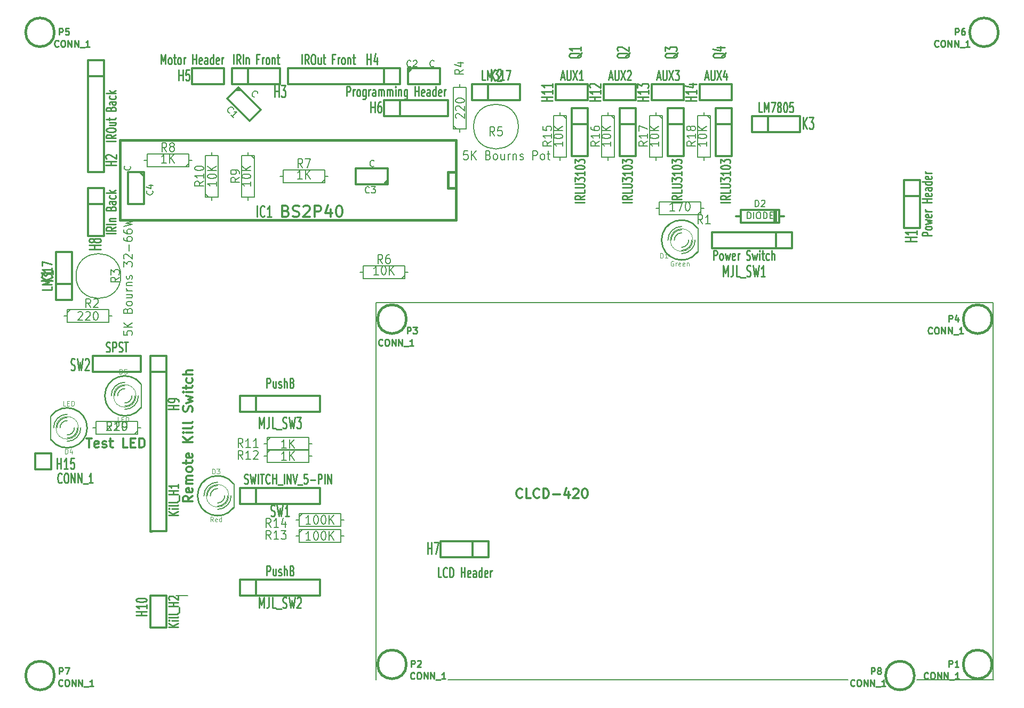
<source format=gto>
G04 (created by PCBNEW (2013-07-07 BZR 4022)-stable) date 6/15/2016 8:06:16 PM*
%MOIN*%
G04 Gerber Fmt 3.4, Leading zero omitted, Abs format*
%FSLAX34Y34*%
G01*
G70*
G90*
G04 APERTURE LIST*
%ADD10C,0.00590551*%
%ADD11C,0.011811*%
%ADD12C,0.00787402*%
%ADD13C,0.012*%
%ADD14C,0.008*%
%ADD15C,0.003*%
%ADD16C,0.01*%
%ADD17C,0.006*%
%ADD18C,0.015*%
%ADD19C,0.0125*%
%ADD20C,0.0106*%
%ADD21C,0.0107*%
%ADD22C,0.0035*%
%ADD23C,0.01125*%
G04 APERTURE END LIST*
G54D10*
G54D11*
X26893Y-47648D02*
X27231Y-47648D01*
X27062Y-48239D02*
X27062Y-47648D01*
X27653Y-48210D02*
X27597Y-48239D01*
X27484Y-48239D01*
X27428Y-48210D01*
X27400Y-48154D01*
X27400Y-47929D01*
X27428Y-47873D01*
X27484Y-47845D01*
X27597Y-47845D01*
X27653Y-47873D01*
X27681Y-47929D01*
X27681Y-47985D01*
X27400Y-48042D01*
X27906Y-48210D02*
X27962Y-48239D01*
X28075Y-48239D01*
X28131Y-48210D01*
X28159Y-48154D01*
X28159Y-48126D01*
X28131Y-48070D01*
X28075Y-48042D01*
X27990Y-48042D01*
X27934Y-48014D01*
X27906Y-47957D01*
X27906Y-47929D01*
X27934Y-47873D01*
X27990Y-47845D01*
X28075Y-47845D01*
X28131Y-47873D01*
X28328Y-47845D02*
X28553Y-47845D01*
X28412Y-47648D02*
X28412Y-48154D01*
X28440Y-48210D01*
X28496Y-48239D01*
X28553Y-48239D01*
X29481Y-48239D02*
X29199Y-48239D01*
X29199Y-47648D01*
X29678Y-47929D02*
X29874Y-47929D01*
X29959Y-48239D02*
X29678Y-48239D01*
X29678Y-47648D01*
X29959Y-47648D01*
X30212Y-48239D02*
X30212Y-47648D01*
X30352Y-47648D01*
X30437Y-47676D01*
X30493Y-47732D01*
X30521Y-47789D01*
X30549Y-47901D01*
X30549Y-47985D01*
X30521Y-48098D01*
X30493Y-48154D01*
X30437Y-48210D01*
X30352Y-48239D01*
X30212Y-48239D01*
G54D12*
X74500Y-62750D02*
X49500Y-62750D01*
X83600Y-62750D02*
X78800Y-62750D01*
X45000Y-39150D02*
X48000Y-39150D01*
X48000Y-39150D02*
X65500Y-39150D01*
X45000Y-62772D02*
X45000Y-58441D01*
X45000Y-39150D02*
X45000Y-43480D01*
X83582Y-39150D02*
X45000Y-39150D01*
X83582Y-62772D02*
X83582Y-39150D01*
X45000Y-39150D02*
X45000Y-62772D01*
X33250Y-57500D02*
X32500Y-57500D01*
G54D11*
X54143Y-51332D02*
X54115Y-51360D01*
X54031Y-51389D01*
X53975Y-51389D01*
X53890Y-51360D01*
X53834Y-51304D01*
X53806Y-51248D01*
X53778Y-51135D01*
X53778Y-51051D01*
X53806Y-50939D01*
X53834Y-50882D01*
X53890Y-50826D01*
X53975Y-50798D01*
X54031Y-50798D01*
X54115Y-50826D01*
X54143Y-50854D01*
X54678Y-51389D02*
X54397Y-51389D01*
X54397Y-50798D01*
X55212Y-51332D02*
X55184Y-51360D01*
X55100Y-51389D01*
X55043Y-51389D01*
X54959Y-51360D01*
X54903Y-51304D01*
X54875Y-51248D01*
X54847Y-51135D01*
X54847Y-51051D01*
X54875Y-50939D01*
X54903Y-50882D01*
X54959Y-50826D01*
X55043Y-50798D01*
X55100Y-50798D01*
X55184Y-50826D01*
X55212Y-50854D01*
X55465Y-51389D02*
X55465Y-50798D01*
X55606Y-50798D01*
X55690Y-50826D01*
X55746Y-50882D01*
X55775Y-50939D01*
X55803Y-51051D01*
X55803Y-51135D01*
X55775Y-51248D01*
X55746Y-51304D01*
X55690Y-51360D01*
X55606Y-51389D01*
X55465Y-51389D01*
X56056Y-51164D02*
X56506Y-51164D01*
X57040Y-50995D02*
X57040Y-51389D01*
X56899Y-50770D02*
X56759Y-51192D01*
X57124Y-51192D01*
X57321Y-50854D02*
X57349Y-50826D01*
X57406Y-50798D01*
X57546Y-50798D01*
X57602Y-50826D01*
X57631Y-50854D01*
X57659Y-50910D01*
X57659Y-50967D01*
X57631Y-51051D01*
X57293Y-51389D01*
X57659Y-51389D01*
X58024Y-50798D02*
X58080Y-50798D01*
X58137Y-50826D01*
X58165Y-50854D01*
X58193Y-50910D01*
X58221Y-51023D01*
X58221Y-51164D01*
X58193Y-51276D01*
X58165Y-51332D01*
X58137Y-51360D01*
X58080Y-51389D01*
X58024Y-51389D01*
X57968Y-51360D01*
X57940Y-51332D01*
X57912Y-51276D01*
X57884Y-51164D01*
X57884Y-51023D01*
X57912Y-50910D01*
X57940Y-50854D01*
X57968Y-50826D01*
X58024Y-50798D01*
X33539Y-51268D02*
X33257Y-51465D01*
X33539Y-51605D02*
X32948Y-51605D01*
X32948Y-51380D01*
X32976Y-51324D01*
X33004Y-51296D01*
X33060Y-51268D01*
X33145Y-51268D01*
X33201Y-51296D01*
X33229Y-51324D01*
X33257Y-51380D01*
X33257Y-51605D01*
X33510Y-50790D02*
X33539Y-50846D01*
X33539Y-50958D01*
X33510Y-51015D01*
X33454Y-51043D01*
X33229Y-51043D01*
X33173Y-51015D01*
X33145Y-50958D01*
X33145Y-50846D01*
X33173Y-50790D01*
X33229Y-50762D01*
X33285Y-50762D01*
X33342Y-51043D01*
X33539Y-50508D02*
X33145Y-50508D01*
X33201Y-50508D02*
X33173Y-50480D01*
X33145Y-50424D01*
X33145Y-50340D01*
X33173Y-50284D01*
X33229Y-50255D01*
X33539Y-50255D01*
X33229Y-50255D02*
X33173Y-50227D01*
X33145Y-50171D01*
X33145Y-50087D01*
X33173Y-50030D01*
X33229Y-50002D01*
X33539Y-50002D01*
X33539Y-49637D02*
X33510Y-49693D01*
X33482Y-49721D01*
X33426Y-49749D01*
X33257Y-49749D01*
X33201Y-49721D01*
X33173Y-49693D01*
X33145Y-49637D01*
X33145Y-49552D01*
X33173Y-49496D01*
X33201Y-49468D01*
X33257Y-49440D01*
X33426Y-49440D01*
X33482Y-49468D01*
X33510Y-49496D01*
X33539Y-49552D01*
X33539Y-49637D01*
X33145Y-49271D02*
X33145Y-49046D01*
X32948Y-49187D02*
X33454Y-49187D01*
X33510Y-49159D01*
X33539Y-49102D01*
X33539Y-49046D01*
X33510Y-48624D02*
X33539Y-48681D01*
X33539Y-48793D01*
X33510Y-48849D01*
X33454Y-48877D01*
X33229Y-48877D01*
X33173Y-48849D01*
X33145Y-48793D01*
X33145Y-48681D01*
X33173Y-48624D01*
X33229Y-48596D01*
X33285Y-48596D01*
X33342Y-48877D01*
X33539Y-47893D02*
X32948Y-47893D01*
X33539Y-47556D02*
X33201Y-47809D01*
X32948Y-47556D02*
X33285Y-47893D01*
X33539Y-47303D02*
X33145Y-47303D01*
X32948Y-47303D02*
X32976Y-47331D01*
X33004Y-47303D01*
X32976Y-47275D01*
X32948Y-47303D01*
X33004Y-47303D01*
X33539Y-46937D02*
X33510Y-46993D01*
X33454Y-47021D01*
X32948Y-47021D01*
X33539Y-46628D02*
X33510Y-46684D01*
X33454Y-46712D01*
X32948Y-46712D01*
X33510Y-45981D02*
X33539Y-45897D01*
X33539Y-45756D01*
X33510Y-45700D01*
X33482Y-45672D01*
X33426Y-45643D01*
X33370Y-45643D01*
X33314Y-45672D01*
X33285Y-45700D01*
X33257Y-45756D01*
X33229Y-45868D01*
X33201Y-45925D01*
X33173Y-45953D01*
X33117Y-45981D01*
X33060Y-45981D01*
X33004Y-45953D01*
X32976Y-45925D01*
X32948Y-45868D01*
X32948Y-45728D01*
X32976Y-45643D01*
X33145Y-45447D02*
X33539Y-45334D01*
X33257Y-45222D01*
X33539Y-45109D01*
X33145Y-44997D01*
X33539Y-44772D02*
X33145Y-44772D01*
X32948Y-44772D02*
X32976Y-44800D01*
X33004Y-44772D01*
X32976Y-44744D01*
X32948Y-44772D01*
X33004Y-44772D01*
X33145Y-44575D02*
X33145Y-44350D01*
X32948Y-44491D02*
X33454Y-44491D01*
X33510Y-44462D01*
X33539Y-44406D01*
X33539Y-44350D01*
X33510Y-43900D02*
X33539Y-43956D01*
X33539Y-44069D01*
X33510Y-44125D01*
X33482Y-44153D01*
X33426Y-44181D01*
X33257Y-44181D01*
X33201Y-44153D01*
X33173Y-44125D01*
X33145Y-44069D01*
X33145Y-43956D01*
X33173Y-43900D01*
X33539Y-43647D02*
X32948Y-43647D01*
X33539Y-43394D02*
X33229Y-43394D01*
X33173Y-43422D01*
X33145Y-43478D01*
X33145Y-43562D01*
X33173Y-43619D01*
X33201Y-43647D01*
G54D13*
X66250Y-27000D02*
X67250Y-27000D01*
X67250Y-27000D02*
X67250Y-30000D01*
X67250Y-30000D02*
X66250Y-30000D01*
X66250Y-30000D02*
X66250Y-27000D01*
X67250Y-28000D02*
X66250Y-28000D01*
X46500Y-25500D02*
X46500Y-25500D01*
X46500Y-25500D02*
X39500Y-25500D01*
X39500Y-25500D02*
X39500Y-24500D01*
X39500Y-24500D02*
X46500Y-24500D01*
X46500Y-24500D02*
X46500Y-25500D01*
X45500Y-24500D02*
X45500Y-24500D01*
X45500Y-24500D02*
X45500Y-25500D01*
X28000Y-24000D02*
X28000Y-24000D01*
X28000Y-24000D02*
X28000Y-31000D01*
X28000Y-31000D02*
X27000Y-31000D01*
X27000Y-31000D02*
X27000Y-24000D01*
X27000Y-24000D02*
X28000Y-24000D01*
X27000Y-25000D02*
X27000Y-25000D01*
X27000Y-25000D02*
X28000Y-25000D01*
X36500Y-51750D02*
X36500Y-50750D01*
X36500Y-50750D02*
X41500Y-50750D01*
X41500Y-50750D02*
X41500Y-51750D01*
X41500Y-51750D02*
X36500Y-51750D01*
X37500Y-51750D02*
X37500Y-50750D01*
X36500Y-46000D02*
X36500Y-45000D01*
X36500Y-45000D02*
X41500Y-45000D01*
X41500Y-45000D02*
X41500Y-46000D01*
X41500Y-46000D02*
X36500Y-46000D01*
X37500Y-46000D02*
X37500Y-45000D01*
X36500Y-57500D02*
X36500Y-56500D01*
X36500Y-56500D02*
X41500Y-56500D01*
X41500Y-56500D02*
X41500Y-57500D01*
X41500Y-57500D02*
X36500Y-57500D01*
X37500Y-57500D02*
X37500Y-56500D01*
X71000Y-34750D02*
X71000Y-35750D01*
X71000Y-35750D02*
X66000Y-35750D01*
X66000Y-35750D02*
X66000Y-34750D01*
X66000Y-34750D02*
X71000Y-34750D01*
X70000Y-34750D02*
X70000Y-35750D01*
X45500Y-26500D02*
X45500Y-26500D01*
X45500Y-27500D02*
X45500Y-26500D01*
X45500Y-26500D02*
X45500Y-26500D01*
X45500Y-26500D02*
X49500Y-26500D01*
X49500Y-26500D02*
X49500Y-27500D01*
X49500Y-27500D02*
X45500Y-27500D01*
X46500Y-27500D02*
X46500Y-26500D01*
X52050Y-54100D02*
X52050Y-55100D01*
X52050Y-55100D02*
X49050Y-55100D01*
X49050Y-55100D02*
X49050Y-54100D01*
X49050Y-54100D02*
X52050Y-54100D01*
X51050Y-55100D02*
X51050Y-54100D01*
X78000Y-31500D02*
X79000Y-31500D01*
X79000Y-31500D02*
X79000Y-34500D01*
X79000Y-34500D02*
X78000Y-34500D01*
X78000Y-34500D02*
X78000Y-31500D01*
X79000Y-32500D02*
X78000Y-32500D01*
X27000Y-32000D02*
X28000Y-32000D01*
X28000Y-32000D02*
X28000Y-35000D01*
X28000Y-35000D02*
X27000Y-35000D01*
X27000Y-35000D02*
X27000Y-32000D01*
X28000Y-33000D02*
X27000Y-33000D01*
X68500Y-28500D02*
X68500Y-27500D01*
X68500Y-27500D02*
X71500Y-27500D01*
X71500Y-27500D02*
X71500Y-28500D01*
X71500Y-28500D02*
X68500Y-28500D01*
X69500Y-27500D02*
X69500Y-28500D01*
X36000Y-25500D02*
X36000Y-24500D01*
X36000Y-24500D02*
X39000Y-24500D01*
X39000Y-24500D02*
X39000Y-25500D01*
X39000Y-25500D02*
X36000Y-25500D01*
X37000Y-24500D02*
X37000Y-25500D01*
X62250Y-26500D02*
X62250Y-25500D01*
X62250Y-25500D02*
X64250Y-25500D01*
X64250Y-25500D02*
X64250Y-26500D01*
X64250Y-26500D02*
X62250Y-26500D01*
X65250Y-26500D02*
X65250Y-25500D01*
X65250Y-25500D02*
X67250Y-25500D01*
X67250Y-25500D02*
X67250Y-26500D01*
X67250Y-26500D02*
X65250Y-26500D01*
X59250Y-26500D02*
X59250Y-25500D01*
X59250Y-25500D02*
X61250Y-25500D01*
X61250Y-25500D02*
X61250Y-26500D01*
X61250Y-26500D02*
X59250Y-26500D01*
X56250Y-26500D02*
X56250Y-25500D01*
X56250Y-25500D02*
X58250Y-25500D01*
X58250Y-25500D02*
X58250Y-26500D01*
X58250Y-26500D02*
X56250Y-26500D01*
X33500Y-25500D02*
X33500Y-24500D01*
X33500Y-24500D02*
X35500Y-24500D01*
X35500Y-24500D02*
X35500Y-25500D01*
X35500Y-25500D02*
X33500Y-25500D01*
X30900Y-57500D02*
X31900Y-57500D01*
X31900Y-57500D02*
X31900Y-59500D01*
X31900Y-59500D02*
X30900Y-59500D01*
X30900Y-59500D02*
X30900Y-57500D01*
G54D14*
X29050Y-37500D02*
G75*
G03X29050Y-37500I-1400J0D01*
G74*
G01*
X53900Y-28150D02*
G75*
G03X53900Y-28150I-1400J0D01*
G74*
G01*
X62500Y-27250D02*
X62500Y-27450D01*
X62500Y-30250D02*
X62500Y-30050D01*
X62500Y-30050D02*
X62900Y-30050D01*
X62900Y-30050D02*
X62900Y-27450D01*
X62900Y-27450D02*
X62100Y-27450D01*
X62100Y-27450D02*
X62100Y-30050D01*
X62100Y-30050D02*
X62500Y-30050D01*
X62700Y-27450D02*
X62900Y-27650D01*
X59500Y-27250D02*
X59500Y-27450D01*
X59500Y-30250D02*
X59500Y-30050D01*
X59500Y-30050D02*
X59900Y-30050D01*
X59900Y-30050D02*
X59900Y-27450D01*
X59900Y-27450D02*
X59100Y-27450D01*
X59100Y-27450D02*
X59100Y-30050D01*
X59100Y-30050D02*
X59500Y-30050D01*
X59700Y-27450D02*
X59900Y-27650D01*
X65500Y-27250D02*
X65500Y-27450D01*
X65500Y-30250D02*
X65500Y-30050D01*
X65500Y-30050D02*
X65900Y-30050D01*
X65900Y-30050D02*
X65900Y-27450D01*
X65900Y-27450D02*
X65100Y-27450D01*
X65100Y-27450D02*
X65100Y-30050D01*
X65100Y-30050D02*
X65500Y-30050D01*
X65700Y-27450D02*
X65900Y-27650D01*
X56500Y-27250D02*
X56500Y-27450D01*
X56500Y-30250D02*
X56500Y-30050D01*
X56500Y-30050D02*
X56900Y-30050D01*
X56900Y-30050D02*
X56900Y-27450D01*
X56900Y-27450D02*
X56100Y-27450D01*
X56100Y-27450D02*
X56100Y-30050D01*
X56100Y-30050D02*
X56500Y-30050D01*
X56700Y-27450D02*
X56900Y-27650D01*
X34750Y-32750D02*
X34750Y-32550D01*
X34750Y-29750D02*
X34750Y-29950D01*
X34750Y-29950D02*
X34350Y-29950D01*
X34350Y-29950D02*
X34350Y-32550D01*
X34350Y-32550D02*
X35150Y-32550D01*
X35150Y-32550D02*
X35150Y-29950D01*
X35150Y-29950D02*
X34750Y-29950D01*
X34550Y-32550D02*
X34350Y-32350D01*
X40000Y-52750D02*
X40200Y-52750D01*
X43000Y-52750D02*
X42800Y-52750D01*
X42800Y-52750D02*
X42800Y-52350D01*
X42800Y-52350D02*
X40200Y-52350D01*
X40200Y-52350D02*
X40200Y-53150D01*
X40200Y-53150D02*
X42800Y-53150D01*
X42800Y-53150D02*
X42800Y-52750D01*
X40200Y-52550D02*
X40400Y-52350D01*
X38000Y-48000D02*
X38200Y-48000D01*
X41000Y-48000D02*
X40800Y-48000D01*
X40800Y-48000D02*
X40800Y-47600D01*
X40800Y-47600D02*
X38200Y-47600D01*
X38200Y-47600D02*
X38200Y-48400D01*
X38200Y-48400D02*
X40800Y-48400D01*
X40800Y-48400D02*
X40800Y-48000D01*
X38200Y-47800D02*
X38400Y-47600D01*
X38000Y-48750D02*
X38200Y-48750D01*
X41000Y-48750D02*
X40800Y-48750D01*
X40800Y-48750D02*
X40800Y-48350D01*
X40800Y-48350D02*
X38200Y-48350D01*
X38200Y-48350D02*
X38200Y-49150D01*
X38200Y-49150D02*
X40800Y-49150D01*
X40800Y-49150D02*
X40800Y-48750D01*
X38200Y-48550D02*
X38400Y-48350D01*
X37000Y-29750D02*
X37000Y-29950D01*
X37000Y-32750D02*
X37000Y-32550D01*
X37000Y-32550D02*
X37400Y-32550D01*
X37400Y-32550D02*
X37400Y-29950D01*
X37400Y-29950D02*
X36600Y-29950D01*
X36600Y-29950D02*
X36600Y-32550D01*
X36600Y-32550D02*
X37000Y-32550D01*
X37200Y-29950D02*
X37400Y-30150D01*
X65500Y-33250D02*
X65300Y-33250D01*
X62500Y-33250D02*
X62700Y-33250D01*
X62700Y-33250D02*
X62700Y-33650D01*
X62700Y-33650D02*
X65300Y-33650D01*
X65300Y-33650D02*
X65300Y-32850D01*
X65300Y-32850D02*
X62700Y-32850D01*
X62700Y-32850D02*
X62700Y-33250D01*
X65300Y-33450D02*
X65100Y-33650D01*
X40000Y-53750D02*
X40200Y-53750D01*
X43000Y-53750D02*
X42800Y-53750D01*
X42800Y-53750D02*
X42800Y-53350D01*
X42800Y-53350D02*
X40200Y-53350D01*
X40200Y-53350D02*
X40200Y-54150D01*
X40200Y-54150D02*
X42800Y-54150D01*
X42800Y-54150D02*
X42800Y-53750D01*
X40200Y-53550D02*
X40400Y-53350D01*
X47000Y-37250D02*
X46800Y-37250D01*
X44000Y-37250D02*
X44200Y-37250D01*
X44200Y-37250D02*
X44200Y-37650D01*
X44200Y-37650D02*
X46800Y-37650D01*
X46800Y-37650D02*
X46800Y-36850D01*
X46800Y-36850D02*
X44200Y-36850D01*
X44200Y-36850D02*
X44200Y-37250D01*
X46800Y-37450D02*
X46600Y-37650D01*
X50250Y-28500D02*
X50250Y-28300D01*
X50250Y-25500D02*
X50250Y-25700D01*
X50250Y-25700D02*
X49850Y-25700D01*
X49850Y-25700D02*
X49850Y-28300D01*
X49850Y-28300D02*
X50650Y-28300D01*
X50650Y-28300D02*
X50650Y-25700D01*
X50650Y-25700D02*
X50250Y-25700D01*
X50050Y-28300D02*
X49850Y-28100D01*
X33500Y-30250D02*
X33300Y-30250D01*
X30500Y-30250D02*
X30700Y-30250D01*
X30700Y-30250D02*
X30700Y-30650D01*
X30700Y-30650D02*
X33300Y-30650D01*
X33300Y-30650D02*
X33300Y-29850D01*
X33300Y-29850D02*
X30700Y-29850D01*
X30700Y-29850D02*
X30700Y-30250D01*
X33300Y-30450D02*
X33100Y-30650D01*
X25500Y-40000D02*
X25700Y-40000D01*
X28500Y-40000D02*
X28300Y-40000D01*
X28300Y-40000D02*
X28300Y-39600D01*
X28300Y-39600D02*
X25700Y-39600D01*
X25700Y-39600D02*
X25700Y-40400D01*
X25700Y-40400D02*
X28300Y-40400D01*
X28300Y-40400D02*
X28300Y-40000D01*
X25700Y-39800D02*
X25900Y-39600D01*
X42000Y-31250D02*
X41800Y-31250D01*
X39000Y-31250D02*
X39200Y-31250D01*
X39200Y-31250D02*
X39200Y-31650D01*
X39200Y-31650D02*
X41800Y-31650D01*
X41800Y-31650D02*
X41800Y-30850D01*
X41800Y-30850D02*
X39200Y-30850D01*
X39200Y-30850D02*
X39200Y-31250D01*
X41800Y-31450D02*
X41600Y-31650D01*
X36120Y-52000D02*
X36120Y-50500D01*
G54D15*
X35807Y-51250D02*
G75*
G03X35807Y-51250I-707J0D01*
G74*
G01*
G54D16*
X36099Y-50499D02*
G75*
G03X36099Y-52000I-999J-750D01*
G74*
G01*
G54D17*
X35100Y-50800D02*
G75*
G03X34650Y-51250I0J-450D01*
G74*
G01*
X35100Y-51700D02*
G75*
G03X35550Y-51250I0J450D01*
G74*
G01*
X35100Y-50600D02*
G75*
G03X34450Y-51250I0J-650D01*
G74*
G01*
X35100Y-51900D02*
G75*
G03X35750Y-51250I0J650D01*
G74*
G01*
X35100Y-50400D02*
G75*
G03X34250Y-51250I0J-850D01*
G74*
G01*
X35100Y-52100D02*
G75*
G03X35950Y-51250I0J850D01*
G74*
G01*
G54D14*
X65120Y-36000D02*
X65120Y-34500D01*
G54D15*
X64807Y-35250D02*
G75*
G03X64807Y-35250I-707J0D01*
G74*
G01*
G54D16*
X65099Y-34499D02*
G75*
G03X65099Y-36000I-999J-750D01*
G74*
G01*
G54D17*
X64100Y-34800D02*
G75*
G03X63650Y-35250I0J-450D01*
G74*
G01*
X64100Y-35700D02*
G75*
G03X64550Y-35250I0J450D01*
G74*
G01*
X64100Y-34600D02*
G75*
G03X63450Y-35250I0J-650D01*
G74*
G01*
X64100Y-35900D02*
G75*
G03X64750Y-35250I0J650D01*
G74*
G01*
X64100Y-34400D02*
G75*
G03X63250Y-35250I0J-850D01*
G74*
G01*
X64100Y-36100D02*
G75*
G03X64950Y-35250I0J850D01*
G74*
G01*
G54D18*
X50000Y-32000D02*
X49500Y-32000D01*
X49500Y-32000D02*
X49500Y-31000D01*
X49500Y-31000D02*
X50000Y-31000D01*
X50000Y-34000D02*
X29000Y-34000D01*
X29000Y-34000D02*
X29000Y-29000D01*
X29000Y-29000D02*
X50000Y-29000D01*
X50000Y-29000D02*
X50000Y-34000D01*
G54D13*
X70500Y-33750D02*
X70200Y-33750D01*
X70200Y-33750D02*
X70200Y-33350D01*
X70200Y-33350D02*
X67800Y-33350D01*
X67800Y-33350D02*
X67800Y-33750D01*
X67800Y-33750D02*
X67500Y-33750D01*
X67800Y-33750D02*
X67800Y-34150D01*
X67800Y-34150D02*
X70200Y-34150D01*
X70200Y-34150D02*
X70200Y-33750D01*
X70000Y-33350D02*
X70000Y-34150D01*
X69900Y-34150D02*
X69900Y-33350D01*
X36410Y-25703D02*
X37810Y-27103D01*
X37810Y-27103D02*
X37103Y-27810D01*
X37103Y-27810D02*
X35689Y-26396D01*
X35689Y-26396D02*
X36396Y-25689D01*
X36219Y-25866D02*
X36573Y-25866D01*
X30500Y-31020D02*
X30500Y-33000D01*
X30500Y-33000D02*
X29500Y-33000D01*
X29500Y-33000D02*
X29500Y-31000D01*
X29500Y-31000D02*
X30500Y-31000D01*
X30250Y-31000D02*
X30500Y-31250D01*
X45730Y-31750D02*
X43750Y-31750D01*
X43750Y-31750D02*
X43750Y-30750D01*
X43750Y-30750D02*
X45750Y-30750D01*
X45750Y-30750D02*
X45750Y-31750D01*
X45750Y-31500D02*
X45500Y-31750D01*
X47020Y-24500D02*
X49000Y-24500D01*
X49000Y-24500D02*
X49000Y-25500D01*
X49000Y-25500D02*
X47000Y-25500D01*
X47000Y-25500D02*
X47000Y-24500D01*
X47000Y-24750D02*
X47250Y-24500D01*
G54D18*
X83500Y-61800D02*
G75*
G03X83500Y-61800I-900J0D01*
G74*
G01*
X46900Y-61800D02*
G75*
G03X46900Y-61800I-900J0D01*
G74*
G01*
X46900Y-40200D02*
G75*
G03X46900Y-40200I-900J0D01*
G74*
G01*
X83500Y-40200D02*
G75*
G03X83500Y-40200I-900J0D01*
G74*
G01*
X24900Y-22250D02*
G75*
G03X24900Y-22250I-900J0D01*
G74*
G01*
X83900Y-22250D02*
G75*
G03X83900Y-22250I-900J0D01*
G74*
G01*
X24900Y-62500D02*
G75*
G03X24900Y-62500I-900J0D01*
G74*
G01*
X78650Y-62500D02*
G75*
G03X78650Y-62500I-900J0D01*
G74*
G01*
G54D13*
X51000Y-26500D02*
X51000Y-25500D01*
X51000Y-25500D02*
X54000Y-25500D01*
X54000Y-25500D02*
X54000Y-26500D01*
X54000Y-26500D02*
X51000Y-26500D01*
X52000Y-25500D02*
X52000Y-26500D01*
X26000Y-39000D02*
X25000Y-39000D01*
X25000Y-39000D02*
X25000Y-36000D01*
X25000Y-36000D02*
X26000Y-36000D01*
X26000Y-36000D02*
X26000Y-39000D01*
X25000Y-38000D02*
X26000Y-38000D01*
G54D14*
X30300Y-47000D02*
X30100Y-47000D01*
X27300Y-47000D02*
X27500Y-47000D01*
X27500Y-47000D02*
X27500Y-47400D01*
X27500Y-47400D02*
X30100Y-47400D01*
X30100Y-47400D02*
X30100Y-46600D01*
X30100Y-46600D02*
X27500Y-46600D01*
X27500Y-46600D02*
X27500Y-47000D01*
X30100Y-47200D02*
X29900Y-47400D01*
G54D13*
X27300Y-43500D02*
X27300Y-42500D01*
X27300Y-42500D02*
X30300Y-42500D01*
X30300Y-42500D02*
X30300Y-43500D01*
X30300Y-43500D02*
X27300Y-43500D01*
G54D14*
X24680Y-46250D02*
X24680Y-47750D01*
G54D15*
X26407Y-47000D02*
G75*
G03X26407Y-47000I-707J0D01*
G74*
G01*
G54D16*
X24700Y-47750D02*
G75*
G03X24700Y-46249I999J750D01*
G74*
G01*
G54D17*
X25700Y-47450D02*
G75*
G03X26150Y-47000I0J450D01*
G74*
G01*
X25700Y-46550D02*
G75*
G03X25250Y-47000I0J-450D01*
G74*
G01*
X25700Y-47650D02*
G75*
G03X26350Y-47000I0J650D01*
G74*
G01*
X25700Y-46350D02*
G75*
G03X25050Y-47000I0J-650D01*
G74*
G01*
X25700Y-47850D02*
G75*
G03X26550Y-47000I0J850D01*
G74*
G01*
X25700Y-46150D02*
G75*
G03X24850Y-47000I0J-850D01*
G74*
G01*
G54D14*
X30320Y-45750D02*
X30320Y-44250D01*
G54D15*
X30007Y-45000D02*
G75*
G03X30007Y-45000I-707J0D01*
G74*
G01*
G54D16*
X30299Y-44249D02*
G75*
G03X30299Y-45750I-999J-750D01*
G74*
G01*
G54D17*
X29300Y-44550D02*
G75*
G03X28850Y-45000I0J-450D01*
G74*
G01*
X29300Y-45450D02*
G75*
G03X29750Y-45000I0J450D01*
G74*
G01*
X29300Y-44350D02*
G75*
G03X28650Y-45000I0J-650D01*
G74*
G01*
X29300Y-45650D02*
G75*
G03X29950Y-45000I0J650D01*
G74*
G01*
X29300Y-44150D02*
G75*
G03X28450Y-45000I0J-850D01*
G74*
G01*
X29300Y-45850D02*
G75*
G03X30150Y-45000I0J850D01*
G74*
G01*
G54D13*
X30907Y-53490D02*
X31144Y-53480D01*
X30898Y-52476D02*
X30907Y-53490D01*
X31901Y-52496D02*
X31901Y-53470D01*
X31901Y-53470D02*
X30966Y-53480D01*
X30900Y-42500D02*
X30900Y-42500D01*
X30900Y-42500D02*
X31900Y-42500D01*
X31900Y-42500D02*
X31900Y-52500D01*
X30900Y-52500D02*
X30900Y-42500D01*
X30900Y-43500D02*
X31900Y-43500D01*
G54D19*
X23700Y-49600D02*
X24700Y-49600D01*
X23700Y-48600D02*
X24700Y-48600D01*
G54D13*
X23700Y-49600D02*
X23700Y-48600D01*
X24700Y-48600D02*
X24700Y-49600D01*
X57250Y-27000D02*
X58250Y-27000D01*
X58250Y-27000D02*
X58250Y-30000D01*
X58250Y-30000D02*
X57250Y-30000D01*
X57250Y-30000D02*
X57250Y-27000D01*
X58250Y-28000D02*
X57250Y-28000D01*
X60250Y-27000D02*
X61250Y-27000D01*
X61250Y-27000D02*
X61250Y-30000D01*
X61250Y-30000D02*
X60250Y-30000D01*
X60250Y-30000D02*
X60250Y-27000D01*
X61250Y-28000D02*
X60250Y-28000D01*
X63250Y-27000D02*
X64250Y-27000D01*
X64250Y-27000D02*
X64250Y-30000D01*
X64250Y-30000D02*
X63250Y-30000D01*
X63250Y-30000D02*
X63250Y-27000D01*
X64250Y-28000D02*
X63250Y-28000D01*
G54D20*
X66852Y-23540D02*
X66818Y-23580D01*
X66751Y-23621D01*
X66651Y-23681D01*
X66617Y-23722D01*
X66617Y-23762D01*
X66785Y-23742D02*
X66751Y-23782D01*
X66684Y-23823D01*
X66550Y-23843D01*
X66315Y-23843D01*
X66181Y-23823D01*
X66113Y-23782D01*
X66080Y-23742D01*
X66080Y-23661D01*
X66113Y-23621D01*
X66181Y-23580D01*
X66315Y-23560D01*
X66550Y-23560D01*
X66684Y-23580D01*
X66751Y-23621D01*
X66785Y-23661D01*
X66785Y-23742D01*
X66315Y-23197D02*
X66785Y-23197D01*
X66046Y-23298D02*
X66550Y-23399D01*
X66550Y-23136D01*
G54D13*
G54D16*
X67142Y-32883D02*
X66542Y-32883D01*
X67142Y-32464D02*
X66857Y-32597D01*
X67142Y-32692D02*
X66542Y-32692D01*
X66542Y-32540D01*
X66571Y-32502D01*
X66600Y-32483D01*
X66657Y-32464D01*
X66742Y-32464D01*
X66800Y-32483D01*
X66828Y-32502D01*
X66857Y-32540D01*
X66857Y-32692D01*
X67142Y-32102D02*
X67142Y-32292D01*
X66542Y-32292D01*
X66542Y-31969D02*
X67028Y-31969D01*
X67085Y-31949D01*
X67114Y-31930D01*
X67142Y-31892D01*
X67142Y-31816D01*
X67114Y-31778D01*
X67085Y-31759D01*
X67028Y-31740D01*
X66542Y-31740D01*
X66542Y-31588D02*
X66542Y-31340D01*
X66771Y-31473D01*
X66771Y-31416D01*
X66800Y-31378D01*
X66828Y-31359D01*
X66885Y-31340D01*
X67028Y-31340D01*
X67085Y-31359D01*
X67114Y-31378D01*
X67142Y-31416D01*
X67142Y-31530D01*
X67114Y-31569D01*
X67085Y-31588D01*
X67142Y-30959D02*
X67142Y-31188D01*
X67142Y-31073D02*
X66542Y-31073D01*
X66628Y-31111D01*
X66685Y-31149D01*
X66714Y-31188D01*
X66542Y-30711D02*
X66542Y-30673D01*
X66571Y-30635D01*
X66600Y-30616D01*
X66657Y-30597D01*
X66771Y-30578D01*
X66914Y-30578D01*
X67028Y-30597D01*
X67085Y-30616D01*
X67114Y-30635D01*
X67142Y-30673D01*
X67142Y-30711D01*
X67114Y-30749D01*
X67085Y-30769D01*
X67028Y-30788D01*
X66914Y-30807D01*
X66771Y-30807D01*
X66657Y-30788D01*
X66600Y-30769D01*
X66571Y-30749D01*
X66542Y-30711D01*
X66542Y-30445D02*
X66542Y-30197D01*
X66771Y-30330D01*
X66771Y-30273D01*
X66800Y-30235D01*
X66828Y-30216D01*
X66885Y-30197D01*
X67028Y-30197D01*
X67085Y-30216D01*
X67114Y-30235D01*
X67142Y-30273D01*
X67142Y-30388D01*
X67114Y-30426D01*
X67085Y-30445D01*
G54D21*
X44423Y-24275D02*
X44423Y-23594D01*
X44423Y-23918D02*
X44668Y-23918D01*
X44668Y-24275D02*
X44668Y-23594D01*
X45055Y-23821D02*
X45055Y-24275D01*
X44953Y-23562D02*
X44851Y-24048D01*
X45116Y-24048D01*
G54D13*
G54D16*
X40371Y-24242D02*
X40371Y-23642D01*
X40790Y-24242D02*
X40657Y-23957D01*
X40561Y-24242D02*
X40561Y-23642D01*
X40714Y-23642D01*
X40752Y-23671D01*
X40771Y-23700D01*
X40790Y-23757D01*
X40790Y-23842D01*
X40771Y-23900D01*
X40752Y-23928D01*
X40714Y-23957D01*
X40561Y-23957D01*
X41038Y-23642D02*
X41114Y-23642D01*
X41152Y-23671D01*
X41190Y-23728D01*
X41209Y-23842D01*
X41209Y-24042D01*
X41190Y-24157D01*
X41152Y-24214D01*
X41114Y-24242D01*
X41038Y-24242D01*
X41000Y-24214D01*
X40961Y-24157D01*
X40942Y-24042D01*
X40942Y-23842D01*
X40961Y-23728D01*
X41000Y-23671D01*
X41038Y-23642D01*
X41552Y-23842D02*
X41552Y-24242D01*
X41380Y-23842D02*
X41380Y-24157D01*
X41400Y-24214D01*
X41438Y-24242D01*
X41495Y-24242D01*
X41533Y-24214D01*
X41552Y-24185D01*
X41685Y-23842D02*
X41838Y-23842D01*
X41742Y-23642D02*
X41742Y-24157D01*
X41761Y-24214D01*
X41800Y-24242D01*
X41838Y-24242D01*
X42409Y-23928D02*
X42276Y-23928D01*
X42276Y-24242D02*
X42276Y-23642D01*
X42466Y-23642D01*
X42619Y-24242D02*
X42619Y-23842D01*
X42619Y-23957D02*
X42638Y-23900D01*
X42657Y-23871D01*
X42695Y-23842D01*
X42733Y-23842D01*
X42923Y-24242D02*
X42885Y-24214D01*
X42866Y-24185D01*
X42847Y-24128D01*
X42847Y-23957D01*
X42866Y-23900D01*
X42885Y-23871D01*
X42923Y-23842D01*
X42980Y-23842D01*
X43019Y-23871D01*
X43038Y-23900D01*
X43057Y-23957D01*
X43057Y-24128D01*
X43038Y-24185D01*
X43019Y-24214D01*
X42980Y-24242D01*
X42923Y-24242D01*
X43228Y-23842D02*
X43228Y-24242D01*
X43228Y-23900D02*
X43247Y-23871D01*
X43285Y-23842D01*
X43342Y-23842D01*
X43380Y-23871D01*
X43400Y-23928D01*
X43400Y-24242D01*
X43533Y-23842D02*
X43685Y-23842D01*
X43590Y-23642D02*
X43590Y-24157D01*
X43609Y-24214D01*
X43647Y-24242D01*
X43685Y-24242D01*
G54D13*
G54D21*
X28775Y-30576D02*
X28094Y-30576D01*
X28418Y-30576D02*
X28418Y-30331D01*
X28775Y-30331D02*
X28094Y-30331D01*
X28159Y-30148D02*
X28127Y-30127D01*
X28094Y-30086D01*
X28094Y-29985D01*
X28127Y-29944D01*
X28159Y-29923D01*
X28224Y-29903D01*
X28289Y-29903D01*
X28386Y-29923D01*
X28775Y-30168D01*
X28775Y-29903D01*
G54D13*
G54D16*
X28742Y-29071D02*
X28142Y-29071D01*
X28742Y-28652D02*
X28457Y-28785D01*
X28742Y-28880D02*
X28142Y-28880D01*
X28142Y-28728D01*
X28171Y-28690D01*
X28200Y-28671D01*
X28257Y-28652D01*
X28342Y-28652D01*
X28400Y-28671D01*
X28428Y-28690D01*
X28457Y-28728D01*
X28457Y-28880D01*
X28142Y-28404D02*
X28142Y-28328D01*
X28171Y-28290D01*
X28228Y-28252D01*
X28342Y-28233D01*
X28542Y-28233D01*
X28657Y-28252D01*
X28714Y-28290D01*
X28742Y-28328D01*
X28742Y-28404D01*
X28714Y-28442D01*
X28657Y-28480D01*
X28542Y-28499D01*
X28342Y-28499D01*
X28228Y-28480D01*
X28171Y-28442D01*
X28142Y-28404D01*
X28342Y-27890D02*
X28742Y-27890D01*
X28342Y-28061D02*
X28657Y-28061D01*
X28714Y-28042D01*
X28742Y-28004D01*
X28742Y-27947D01*
X28714Y-27909D01*
X28685Y-27890D01*
X28342Y-27757D02*
X28342Y-27604D01*
X28142Y-27699D02*
X28657Y-27699D01*
X28714Y-27680D01*
X28742Y-27642D01*
X28742Y-27604D01*
X28428Y-27033D02*
X28457Y-26976D01*
X28485Y-26957D01*
X28542Y-26938D01*
X28628Y-26938D01*
X28685Y-26957D01*
X28714Y-26976D01*
X28742Y-27014D01*
X28742Y-27166D01*
X28142Y-27166D01*
X28142Y-27033D01*
X28171Y-26995D01*
X28200Y-26976D01*
X28257Y-26957D01*
X28314Y-26957D01*
X28371Y-26976D01*
X28400Y-26995D01*
X28428Y-27033D01*
X28428Y-27166D01*
X28742Y-26595D02*
X28428Y-26595D01*
X28371Y-26614D01*
X28342Y-26652D01*
X28342Y-26728D01*
X28371Y-26766D01*
X28714Y-26595D02*
X28742Y-26633D01*
X28742Y-26728D01*
X28714Y-26766D01*
X28657Y-26785D01*
X28600Y-26785D01*
X28542Y-26766D01*
X28514Y-26728D01*
X28514Y-26633D01*
X28485Y-26595D01*
X28714Y-26233D02*
X28742Y-26271D01*
X28742Y-26347D01*
X28714Y-26385D01*
X28685Y-26404D01*
X28628Y-26423D01*
X28457Y-26423D01*
X28400Y-26404D01*
X28371Y-26385D01*
X28342Y-26347D01*
X28342Y-26271D01*
X28371Y-26233D01*
X28742Y-26061D02*
X28142Y-26061D01*
X28514Y-26023D02*
X28742Y-25909D01*
X28342Y-25909D02*
X28571Y-26061D01*
G54D13*
G54D21*
X38429Y-52493D02*
X38490Y-52525D01*
X38592Y-52525D01*
X38633Y-52493D01*
X38653Y-52460D01*
X38673Y-52395D01*
X38673Y-52331D01*
X38653Y-52266D01*
X38633Y-52233D01*
X38592Y-52201D01*
X38510Y-52168D01*
X38470Y-52136D01*
X38449Y-52104D01*
X38429Y-52039D01*
X38429Y-51974D01*
X38449Y-51909D01*
X38470Y-51877D01*
X38510Y-51844D01*
X38612Y-51844D01*
X38673Y-51877D01*
X38816Y-51844D02*
X38918Y-52525D01*
X39000Y-52039D01*
X39081Y-52525D01*
X39183Y-51844D01*
X39570Y-52525D02*
X39326Y-52525D01*
X39448Y-52525D02*
X39448Y-51844D01*
X39407Y-51941D01*
X39366Y-52006D01*
X39326Y-52039D01*
G54D13*
G54D16*
X36776Y-50464D02*
X36833Y-50492D01*
X36928Y-50492D01*
X36966Y-50464D01*
X36985Y-50435D01*
X37004Y-50378D01*
X37004Y-50321D01*
X36985Y-50264D01*
X36966Y-50235D01*
X36928Y-50207D01*
X36852Y-50178D01*
X36814Y-50150D01*
X36795Y-50121D01*
X36776Y-50064D01*
X36776Y-50007D01*
X36795Y-49950D01*
X36814Y-49921D01*
X36852Y-49892D01*
X36947Y-49892D01*
X37004Y-49921D01*
X37138Y-49892D02*
X37233Y-50492D01*
X37309Y-50064D01*
X37385Y-50492D01*
X37480Y-49892D01*
X37633Y-50492D02*
X37633Y-49892D01*
X37766Y-49892D02*
X37995Y-49892D01*
X37880Y-50492D02*
X37880Y-49892D01*
X38357Y-50435D02*
X38338Y-50464D01*
X38280Y-50492D01*
X38242Y-50492D01*
X38185Y-50464D01*
X38147Y-50407D01*
X38128Y-50350D01*
X38109Y-50235D01*
X38109Y-50150D01*
X38128Y-50035D01*
X38147Y-49978D01*
X38185Y-49921D01*
X38242Y-49892D01*
X38280Y-49892D01*
X38338Y-49921D01*
X38357Y-49950D01*
X38528Y-50492D02*
X38528Y-49892D01*
X38528Y-50178D02*
X38757Y-50178D01*
X38757Y-50492D02*
X38757Y-49892D01*
X38852Y-50550D02*
X39157Y-50550D01*
X39252Y-50492D02*
X39252Y-49892D01*
X39442Y-50492D02*
X39442Y-49892D01*
X39671Y-50492D01*
X39671Y-49892D01*
X39804Y-49892D02*
X39938Y-50492D01*
X40071Y-49892D01*
X40109Y-50550D02*
X40414Y-50550D01*
X40700Y-49892D02*
X40509Y-49892D01*
X40490Y-50178D01*
X40509Y-50150D01*
X40547Y-50121D01*
X40642Y-50121D01*
X40680Y-50150D01*
X40700Y-50178D01*
X40719Y-50235D01*
X40719Y-50378D01*
X40700Y-50435D01*
X40680Y-50464D01*
X40642Y-50492D01*
X40547Y-50492D01*
X40509Y-50464D01*
X40490Y-50435D01*
X40890Y-50264D02*
X41195Y-50264D01*
X41385Y-50492D02*
X41385Y-49892D01*
X41538Y-49892D01*
X41576Y-49921D01*
X41595Y-49950D01*
X41614Y-50007D01*
X41614Y-50092D01*
X41595Y-50150D01*
X41576Y-50178D01*
X41538Y-50207D01*
X41385Y-50207D01*
X41785Y-50492D02*
X41785Y-49892D01*
X41976Y-50492D02*
X41976Y-49892D01*
X42204Y-50492D01*
X42204Y-49892D01*
G54D13*
G54D21*
X37705Y-47025D02*
X37705Y-46344D01*
X37848Y-46831D01*
X37991Y-46344D01*
X37991Y-47025D01*
X38317Y-46344D02*
X38317Y-46831D01*
X38296Y-46928D01*
X38256Y-46993D01*
X38194Y-47025D01*
X38154Y-47025D01*
X38724Y-47025D02*
X38521Y-47025D01*
X38521Y-46344D01*
X38765Y-47090D02*
X39091Y-47090D01*
X39173Y-46993D02*
X39234Y-47025D01*
X39336Y-47025D01*
X39377Y-46993D01*
X39397Y-46960D01*
X39417Y-46895D01*
X39417Y-46831D01*
X39397Y-46766D01*
X39377Y-46733D01*
X39336Y-46701D01*
X39254Y-46668D01*
X39214Y-46636D01*
X39193Y-46604D01*
X39173Y-46539D01*
X39173Y-46474D01*
X39193Y-46409D01*
X39214Y-46377D01*
X39254Y-46344D01*
X39356Y-46344D01*
X39417Y-46377D01*
X39560Y-46344D02*
X39662Y-47025D01*
X39743Y-46539D01*
X39825Y-47025D01*
X39927Y-46344D01*
X40049Y-46344D02*
X40314Y-46344D01*
X40171Y-46604D01*
X40233Y-46604D01*
X40273Y-46636D01*
X40294Y-46668D01*
X40314Y-46733D01*
X40314Y-46895D01*
X40294Y-46960D01*
X40273Y-46993D01*
X40233Y-47025D01*
X40110Y-47025D01*
X40070Y-46993D01*
X40049Y-46960D01*
G54D13*
G54D16*
X38171Y-44492D02*
X38171Y-43892D01*
X38323Y-43892D01*
X38361Y-43921D01*
X38380Y-43950D01*
X38400Y-44007D01*
X38400Y-44092D01*
X38380Y-44150D01*
X38361Y-44178D01*
X38323Y-44207D01*
X38171Y-44207D01*
X38742Y-44092D02*
X38742Y-44492D01*
X38571Y-44092D02*
X38571Y-44407D01*
X38590Y-44464D01*
X38628Y-44492D01*
X38685Y-44492D01*
X38723Y-44464D01*
X38742Y-44435D01*
X38914Y-44464D02*
X38952Y-44492D01*
X39028Y-44492D01*
X39066Y-44464D01*
X39085Y-44407D01*
X39085Y-44378D01*
X39066Y-44321D01*
X39028Y-44292D01*
X38971Y-44292D01*
X38933Y-44264D01*
X38914Y-44207D01*
X38914Y-44178D01*
X38933Y-44121D01*
X38971Y-44092D01*
X39028Y-44092D01*
X39066Y-44121D01*
X39257Y-44492D02*
X39257Y-43892D01*
X39428Y-44492D02*
X39428Y-44178D01*
X39409Y-44121D01*
X39371Y-44092D01*
X39314Y-44092D01*
X39276Y-44121D01*
X39257Y-44150D01*
X39752Y-44178D02*
X39809Y-44207D01*
X39828Y-44235D01*
X39847Y-44292D01*
X39847Y-44378D01*
X39828Y-44435D01*
X39809Y-44464D01*
X39771Y-44492D01*
X39619Y-44492D01*
X39619Y-43892D01*
X39752Y-43892D01*
X39790Y-43921D01*
X39809Y-43950D01*
X39828Y-44007D01*
X39828Y-44064D01*
X39809Y-44121D01*
X39790Y-44150D01*
X39752Y-44178D01*
X39619Y-44178D01*
G54D13*
G54D21*
X37705Y-58275D02*
X37705Y-57594D01*
X37848Y-58081D01*
X37991Y-57594D01*
X37991Y-58275D01*
X38317Y-57594D02*
X38317Y-58081D01*
X38296Y-58178D01*
X38256Y-58243D01*
X38194Y-58275D01*
X38154Y-58275D01*
X38724Y-58275D02*
X38521Y-58275D01*
X38521Y-57594D01*
X38765Y-58340D02*
X39091Y-58340D01*
X39173Y-58243D02*
X39234Y-58275D01*
X39336Y-58275D01*
X39377Y-58243D01*
X39397Y-58210D01*
X39417Y-58145D01*
X39417Y-58081D01*
X39397Y-58016D01*
X39377Y-57983D01*
X39336Y-57951D01*
X39254Y-57918D01*
X39214Y-57886D01*
X39193Y-57854D01*
X39173Y-57789D01*
X39173Y-57724D01*
X39193Y-57659D01*
X39214Y-57627D01*
X39254Y-57594D01*
X39356Y-57594D01*
X39417Y-57627D01*
X39560Y-57594D02*
X39662Y-58275D01*
X39743Y-57789D01*
X39825Y-58275D01*
X39927Y-57594D01*
X40070Y-57659D02*
X40090Y-57627D01*
X40131Y-57594D01*
X40233Y-57594D01*
X40273Y-57627D01*
X40294Y-57659D01*
X40314Y-57724D01*
X40314Y-57789D01*
X40294Y-57886D01*
X40049Y-58275D01*
X40314Y-58275D01*
G54D13*
G54D16*
X38171Y-56242D02*
X38171Y-55642D01*
X38323Y-55642D01*
X38361Y-55671D01*
X38380Y-55700D01*
X38400Y-55757D01*
X38400Y-55842D01*
X38380Y-55900D01*
X38361Y-55928D01*
X38323Y-55957D01*
X38171Y-55957D01*
X38742Y-55842D02*
X38742Y-56242D01*
X38571Y-55842D02*
X38571Y-56157D01*
X38590Y-56214D01*
X38628Y-56242D01*
X38685Y-56242D01*
X38723Y-56214D01*
X38742Y-56185D01*
X38914Y-56214D02*
X38952Y-56242D01*
X39028Y-56242D01*
X39066Y-56214D01*
X39085Y-56157D01*
X39085Y-56128D01*
X39066Y-56071D01*
X39028Y-56042D01*
X38971Y-56042D01*
X38933Y-56014D01*
X38914Y-55957D01*
X38914Y-55928D01*
X38933Y-55871D01*
X38971Y-55842D01*
X39028Y-55842D01*
X39066Y-55871D01*
X39257Y-56242D02*
X39257Y-55642D01*
X39428Y-56242D02*
X39428Y-55928D01*
X39409Y-55871D01*
X39371Y-55842D01*
X39314Y-55842D01*
X39276Y-55871D01*
X39257Y-55900D01*
X39752Y-55928D02*
X39809Y-55957D01*
X39828Y-55985D01*
X39847Y-56042D01*
X39847Y-56128D01*
X39828Y-56185D01*
X39809Y-56214D01*
X39771Y-56242D01*
X39619Y-56242D01*
X39619Y-55642D01*
X39752Y-55642D01*
X39790Y-55671D01*
X39809Y-55700D01*
X39828Y-55757D01*
X39828Y-55814D01*
X39809Y-55871D01*
X39790Y-55900D01*
X39752Y-55928D01*
X39619Y-55928D01*
G54D13*
G54D21*
X66705Y-37525D02*
X66705Y-36844D01*
X66848Y-37331D01*
X66991Y-36844D01*
X66991Y-37525D01*
X67317Y-36844D02*
X67317Y-37331D01*
X67296Y-37428D01*
X67256Y-37493D01*
X67194Y-37525D01*
X67154Y-37525D01*
X67724Y-37525D02*
X67521Y-37525D01*
X67521Y-36844D01*
X67765Y-37590D02*
X68091Y-37590D01*
X68173Y-37493D02*
X68234Y-37525D01*
X68336Y-37525D01*
X68377Y-37493D01*
X68397Y-37460D01*
X68417Y-37395D01*
X68417Y-37331D01*
X68397Y-37266D01*
X68377Y-37233D01*
X68336Y-37201D01*
X68254Y-37168D01*
X68214Y-37136D01*
X68193Y-37104D01*
X68173Y-37039D01*
X68173Y-36974D01*
X68193Y-36909D01*
X68214Y-36877D01*
X68254Y-36844D01*
X68356Y-36844D01*
X68417Y-36877D01*
X68560Y-36844D02*
X68662Y-37525D01*
X68743Y-37039D01*
X68825Y-37525D01*
X68927Y-36844D01*
X69314Y-37525D02*
X69070Y-37525D01*
X69192Y-37525D02*
X69192Y-36844D01*
X69151Y-36941D01*
X69110Y-37006D01*
X69070Y-37039D01*
G54D13*
G54D16*
X66095Y-36492D02*
X66095Y-35892D01*
X66247Y-35892D01*
X66285Y-35921D01*
X66304Y-35950D01*
X66323Y-36007D01*
X66323Y-36092D01*
X66304Y-36150D01*
X66285Y-36178D01*
X66247Y-36207D01*
X66095Y-36207D01*
X66552Y-36492D02*
X66514Y-36464D01*
X66495Y-36435D01*
X66476Y-36378D01*
X66476Y-36207D01*
X66495Y-36150D01*
X66514Y-36121D01*
X66552Y-36092D01*
X66609Y-36092D01*
X66647Y-36121D01*
X66666Y-36150D01*
X66685Y-36207D01*
X66685Y-36378D01*
X66666Y-36435D01*
X66647Y-36464D01*
X66609Y-36492D01*
X66552Y-36492D01*
X66819Y-36092D02*
X66895Y-36492D01*
X66971Y-36207D01*
X67047Y-36492D01*
X67123Y-36092D01*
X67428Y-36464D02*
X67390Y-36492D01*
X67314Y-36492D01*
X67276Y-36464D01*
X67257Y-36407D01*
X67257Y-36178D01*
X67276Y-36121D01*
X67314Y-36092D01*
X67390Y-36092D01*
X67428Y-36121D01*
X67447Y-36178D01*
X67447Y-36235D01*
X67257Y-36292D01*
X67619Y-36492D02*
X67619Y-36092D01*
X67619Y-36207D02*
X67638Y-36150D01*
X67657Y-36121D01*
X67695Y-36092D01*
X67733Y-36092D01*
X68152Y-36464D02*
X68209Y-36492D01*
X68304Y-36492D01*
X68342Y-36464D01*
X68361Y-36435D01*
X68380Y-36378D01*
X68380Y-36321D01*
X68361Y-36264D01*
X68342Y-36235D01*
X68304Y-36207D01*
X68228Y-36178D01*
X68190Y-36150D01*
X68171Y-36121D01*
X68152Y-36064D01*
X68152Y-36007D01*
X68171Y-35950D01*
X68190Y-35921D01*
X68228Y-35892D01*
X68323Y-35892D01*
X68380Y-35921D01*
X68514Y-36092D02*
X68590Y-36492D01*
X68666Y-36207D01*
X68742Y-36492D01*
X68819Y-36092D01*
X68971Y-36492D02*
X68971Y-36092D01*
X68971Y-35892D02*
X68952Y-35921D01*
X68971Y-35950D01*
X68990Y-35921D01*
X68971Y-35892D01*
X68971Y-35950D01*
X69104Y-36092D02*
X69257Y-36092D01*
X69161Y-35892D02*
X69161Y-36407D01*
X69180Y-36464D01*
X69219Y-36492D01*
X69257Y-36492D01*
X69561Y-36464D02*
X69523Y-36492D01*
X69447Y-36492D01*
X69409Y-36464D01*
X69390Y-36435D01*
X69371Y-36378D01*
X69371Y-36207D01*
X69390Y-36150D01*
X69409Y-36121D01*
X69447Y-36092D01*
X69523Y-36092D01*
X69561Y-36121D01*
X69733Y-36492D02*
X69733Y-35892D01*
X69904Y-36492D02*
X69904Y-36178D01*
X69885Y-36121D01*
X69847Y-36092D01*
X69790Y-36092D01*
X69752Y-36121D01*
X69733Y-36150D01*
G54D13*
G54D21*
X44673Y-27276D02*
X44673Y-26593D01*
X44673Y-26918D02*
X44918Y-26918D01*
X44918Y-27276D02*
X44918Y-26593D01*
X45305Y-26593D02*
X45224Y-26593D01*
X45183Y-26625D01*
X45163Y-26658D01*
X45122Y-26756D01*
X45101Y-26886D01*
X45101Y-27146D01*
X45122Y-27211D01*
X45142Y-27243D01*
X45183Y-27276D01*
X45264Y-27276D01*
X45305Y-27243D01*
X45326Y-27211D01*
X45346Y-27146D01*
X45346Y-26983D01*
X45326Y-26918D01*
X45305Y-26886D01*
X45264Y-26853D01*
X45183Y-26853D01*
X45142Y-26886D01*
X45122Y-26918D01*
X45101Y-26983D01*
G54D13*
G54D16*
X43173Y-26242D02*
X43173Y-25642D01*
X43326Y-25642D01*
X43364Y-25671D01*
X43383Y-25700D01*
X43402Y-25757D01*
X43402Y-25842D01*
X43383Y-25900D01*
X43364Y-25928D01*
X43326Y-25957D01*
X43173Y-25957D01*
X43573Y-26242D02*
X43573Y-25842D01*
X43573Y-25957D02*
X43592Y-25900D01*
X43611Y-25871D01*
X43650Y-25842D01*
X43688Y-25842D01*
X43878Y-26242D02*
X43840Y-26214D01*
X43821Y-26185D01*
X43802Y-26128D01*
X43802Y-25957D01*
X43821Y-25900D01*
X43840Y-25871D01*
X43878Y-25842D01*
X43935Y-25842D01*
X43973Y-25871D01*
X43992Y-25900D01*
X44011Y-25957D01*
X44011Y-26128D01*
X43992Y-26185D01*
X43973Y-26214D01*
X43935Y-26242D01*
X43878Y-26242D01*
X44354Y-25842D02*
X44354Y-26328D01*
X44335Y-26385D01*
X44316Y-26414D01*
X44278Y-26442D01*
X44221Y-26442D01*
X44183Y-26414D01*
X44354Y-26214D02*
X44316Y-26242D01*
X44240Y-26242D01*
X44202Y-26214D01*
X44183Y-26185D01*
X44164Y-26128D01*
X44164Y-25957D01*
X44183Y-25900D01*
X44202Y-25871D01*
X44240Y-25842D01*
X44316Y-25842D01*
X44354Y-25871D01*
X44545Y-26242D02*
X44545Y-25842D01*
X44545Y-25957D02*
X44564Y-25900D01*
X44583Y-25871D01*
X44621Y-25842D01*
X44659Y-25842D01*
X44964Y-26242D02*
X44964Y-25928D01*
X44945Y-25871D01*
X44907Y-25842D01*
X44830Y-25842D01*
X44792Y-25871D01*
X44964Y-26214D02*
X44926Y-26242D01*
X44830Y-26242D01*
X44792Y-26214D01*
X44773Y-26157D01*
X44773Y-26100D01*
X44792Y-26042D01*
X44830Y-26014D01*
X44926Y-26014D01*
X44964Y-25985D01*
X45154Y-26242D02*
X45154Y-25842D01*
X45154Y-25900D02*
X45173Y-25871D01*
X45211Y-25842D01*
X45269Y-25842D01*
X45307Y-25871D01*
X45326Y-25928D01*
X45326Y-26242D01*
X45326Y-25928D02*
X45345Y-25871D01*
X45383Y-25842D01*
X45440Y-25842D01*
X45478Y-25871D01*
X45497Y-25928D01*
X45497Y-26242D01*
X45688Y-26242D02*
X45688Y-25842D01*
X45688Y-25900D02*
X45707Y-25871D01*
X45745Y-25842D01*
X45802Y-25842D01*
X45840Y-25871D01*
X45859Y-25928D01*
X45859Y-26242D01*
X45859Y-25928D02*
X45878Y-25871D01*
X45916Y-25842D01*
X45973Y-25842D01*
X46011Y-25871D01*
X46030Y-25928D01*
X46030Y-26242D01*
X46221Y-26242D02*
X46221Y-25842D01*
X46221Y-25642D02*
X46202Y-25671D01*
X46221Y-25700D01*
X46240Y-25671D01*
X46221Y-25642D01*
X46221Y-25700D01*
X46411Y-25842D02*
X46411Y-26242D01*
X46411Y-25900D02*
X46430Y-25871D01*
X46469Y-25842D01*
X46526Y-25842D01*
X46564Y-25871D01*
X46583Y-25928D01*
X46583Y-26242D01*
X46945Y-25842D02*
X46945Y-26328D01*
X46926Y-26385D01*
X46907Y-26414D01*
X46869Y-26442D01*
X46811Y-26442D01*
X46773Y-26414D01*
X46945Y-26214D02*
X46907Y-26242D01*
X46830Y-26242D01*
X46792Y-26214D01*
X46773Y-26185D01*
X46754Y-26128D01*
X46754Y-25957D01*
X46773Y-25900D01*
X46792Y-25871D01*
X46830Y-25842D01*
X46907Y-25842D01*
X46945Y-25871D01*
X47440Y-26242D02*
X47440Y-25642D01*
X47440Y-25928D02*
X47669Y-25928D01*
X47669Y-26242D02*
X47669Y-25642D01*
X48011Y-26214D02*
X47973Y-26242D01*
X47897Y-26242D01*
X47859Y-26214D01*
X47840Y-26157D01*
X47840Y-25928D01*
X47859Y-25871D01*
X47897Y-25842D01*
X47973Y-25842D01*
X48011Y-25871D01*
X48030Y-25928D01*
X48030Y-25985D01*
X47840Y-26042D01*
X48373Y-26242D02*
X48373Y-25928D01*
X48354Y-25871D01*
X48316Y-25842D01*
X48240Y-25842D01*
X48202Y-25871D01*
X48373Y-26214D02*
X48335Y-26242D01*
X48240Y-26242D01*
X48202Y-26214D01*
X48183Y-26157D01*
X48183Y-26100D01*
X48202Y-26042D01*
X48240Y-26014D01*
X48335Y-26014D01*
X48373Y-25985D01*
X48735Y-26242D02*
X48735Y-25642D01*
X48735Y-26214D02*
X48697Y-26242D01*
X48621Y-26242D01*
X48583Y-26214D01*
X48564Y-26185D01*
X48545Y-26128D01*
X48545Y-25957D01*
X48564Y-25900D01*
X48583Y-25871D01*
X48621Y-25842D01*
X48697Y-25842D01*
X48735Y-25871D01*
X49078Y-26214D02*
X49040Y-26242D01*
X48964Y-26242D01*
X48926Y-26214D01*
X48907Y-26157D01*
X48907Y-25928D01*
X48926Y-25871D01*
X48964Y-25842D01*
X49040Y-25842D01*
X49078Y-25871D01*
X49097Y-25928D01*
X49097Y-25985D01*
X48907Y-26042D01*
X49269Y-26242D02*
X49269Y-25842D01*
X49269Y-25957D02*
X49288Y-25900D01*
X49307Y-25871D01*
X49345Y-25842D01*
X49383Y-25842D01*
G54D13*
G54D20*
X48226Y-54885D02*
X48226Y-54180D01*
X48226Y-54516D02*
X48469Y-54516D01*
X48469Y-54885D02*
X48469Y-54180D01*
X48630Y-54180D02*
X48913Y-54180D01*
X48731Y-54885D01*
G54D13*
G54D16*
X49083Y-56342D02*
X48892Y-56342D01*
X48892Y-55742D01*
X49445Y-56285D02*
X49426Y-56314D01*
X49369Y-56342D01*
X49330Y-56342D01*
X49273Y-56314D01*
X49235Y-56257D01*
X49216Y-56200D01*
X49197Y-56085D01*
X49197Y-56000D01*
X49216Y-55885D01*
X49235Y-55828D01*
X49273Y-55771D01*
X49330Y-55742D01*
X49369Y-55742D01*
X49426Y-55771D01*
X49445Y-55800D01*
X49616Y-56342D02*
X49616Y-55742D01*
X49711Y-55742D01*
X49769Y-55771D01*
X49807Y-55828D01*
X49826Y-55885D01*
X49845Y-56000D01*
X49845Y-56085D01*
X49826Y-56200D01*
X49807Y-56257D01*
X49769Y-56314D01*
X49711Y-56342D01*
X49616Y-56342D01*
X50321Y-56342D02*
X50321Y-55742D01*
X50321Y-56028D02*
X50550Y-56028D01*
X50550Y-56342D02*
X50550Y-55742D01*
X50892Y-56314D02*
X50854Y-56342D01*
X50778Y-56342D01*
X50740Y-56314D01*
X50721Y-56257D01*
X50721Y-56028D01*
X50740Y-55971D01*
X50778Y-55942D01*
X50854Y-55942D01*
X50892Y-55971D01*
X50911Y-56028D01*
X50911Y-56085D01*
X50721Y-56142D01*
X51254Y-56342D02*
X51254Y-56028D01*
X51235Y-55971D01*
X51197Y-55942D01*
X51121Y-55942D01*
X51083Y-55971D01*
X51254Y-56314D02*
X51216Y-56342D01*
X51121Y-56342D01*
X51083Y-56314D01*
X51064Y-56257D01*
X51064Y-56200D01*
X51083Y-56142D01*
X51121Y-56114D01*
X51216Y-56114D01*
X51254Y-56085D01*
X51616Y-56342D02*
X51616Y-55742D01*
X51616Y-56314D02*
X51578Y-56342D01*
X51502Y-56342D01*
X51464Y-56314D01*
X51445Y-56285D01*
X51426Y-56228D01*
X51426Y-56057D01*
X51445Y-56000D01*
X51464Y-55971D01*
X51502Y-55942D01*
X51578Y-55942D01*
X51616Y-55971D01*
X51959Y-56314D02*
X51921Y-56342D01*
X51845Y-56342D01*
X51807Y-56314D01*
X51788Y-56257D01*
X51788Y-56028D01*
X51807Y-55971D01*
X51845Y-55942D01*
X51921Y-55942D01*
X51959Y-55971D01*
X51978Y-56028D01*
X51978Y-56085D01*
X51788Y-56142D01*
X52150Y-56342D02*
X52150Y-55942D01*
X52150Y-56057D02*
X52169Y-56000D01*
X52188Y-55971D01*
X52226Y-55942D01*
X52264Y-55942D01*
G54D13*
G54D20*
X78785Y-35323D02*
X78080Y-35323D01*
X78416Y-35323D02*
X78416Y-35080D01*
X78785Y-35080D02*
X78080Y-35080D01*
X78785Y-34656D02*
X78785Y-34899D01*
X78785Y-34777D02*
X78080Y-34777D01*
X78181Y-34818D01*
X78248Y-34858D01*
X78281Y-34899D01*
G54D13*
G54D16*
X79742Y-34980D02*
X79142Y-34980D01*
X79142Y-34828D01*
X79171Y-34790D01*
X79200Y-34771D01*
X79257Y-34752D01*
X79342Y-34752D01*
X79400Y-34771D01*
X79428Y-34790D01*
X79457Y-34828D01*
X79457Y-34980D01*
X79742Y-34523D02*
X79714Y-34561D01*
X79685Y-34580D01*
X79628Y-34599D01*
X79457Y-34599D01*
X79400Y-34580D01*
X79371Y-34561D01*
X79342Y-34523D01*
X79342Y-34466D01*
X79371Y-34428D01*
X79400Y-34409D01*
X79457Y-34390D01*
X79628Y-34390D01*
X79685Y-34409D01*
X79714Y-34428D01*
X79742Y-34466D01*
X79742Y-34523D01*
X79342Y-34257D02*
X79742Y-34180D01*
X79457Y-34104D01*
X79742Y-34028D01*
X79342Y-33952D01*
X79714Y-33647D02*
X79742Y-33685D01*
X79742Y-33761D01*
X79714Y-33799D01*
X79657Y-33819D01*
X79428Y-33819D01*
X79371Y-33799D01*
X79342Y-33761D01*
X79342Y-33685D01*
X79371Y-33647D01*
X79428Y-33628D01*
X79485Y-33628D01*
X79542Y-33819D01*
X79742Y-33457D02*
X79342Y-33457D01*
X79457Y-33457D02*
X79400Y-33438D01*
X79371Y-33419D01*
X79342Y-33380D01*
X79342Y-33342D01*
X79742Y-32904D02*
X79142Y-32904D01*
X79428Y-32904D02*
X79428Y-32676D01*
X79742Y-32676D02*
X79142Y-32676D01*
X79714Y-32333D02*
X79742Y-32371D01*
X79742Y-32447D01*
X79714Y-32485D01*
X79657Y-32504D01*
X79428Y-32504D01*
X79371Y-32485D01*
X79342Y-32447D01*
X79342Y-32371D01*
X79371Y-32333D01*
X79428Y-32314D01*
X79485Y-32314D01*
X79542Y-32504D01*
X79742Y-31971D02*
X79428Y-31971D01*
X79371Y-31990D01*
X79342Y-32028D01*
X79342Y-32104D01*
X79371Y-32142D01*
X79714Y-31971D02*
X79742Y-32009D01*
X79742Y-32104D01*
X79714Y-32142D01*
X79657Y-32161D01*
X79600Y-32161D01*
X79542Y-32142D01*
X79514Y-32104D01*
X79514Y-32009D01*
X79485Y-31971D01*
X79742Y-31609D02*
X79142Y-31609D01*
X79714Y-31609D02*
X79742Y-31647D01*
X79742Y-31723D01*
X79714Y-31761D01*
X79685Y-31780D01*
X79628Y-31800D01*
X79457Y-31800D01*
X79400Y-31780D01*
X79371Y-31761D01*
X79342Y-31723D01*
X79342Y-31647D01*
X79371Y-31609D01*
X79714Y-31266D02*
X79742Y-31304D01*
X79742Y-31380D01*
X79714Y-31419D01*
X79657Y-31438D01*
X79428Y-31438D01*
X79371Y-31419D01*
X79342Y-31380D01*
X79342Y-31304D01*
X79371Y-31266D01*
X79428Y-31247D01*
X79485Y-31247D01*
X79542Y-31438D01*
X79742Y-31076D02*
X79342Y-31076D01*
X79457Y-31076D02*
X79400Y-31057D01*
X79371Y-31038D01*
X79342Y-31000D01*
X79342Y-30961D01*
G54D13*
G54D20*
X27785Y-35823D02*
X27080Y-35823D01*
X27416Y-35823D02*
X27416Y-35580D01*
X27785Y-35580D02*
X27080Y-35580D01*
X27382Y-35318D02*
X27348Y-35358D01*
X27315Y-35378D01*
X27248Y-35399D01*
X27214Y-35399D01*
X27147Y-35378D01*
X27113Y-35358D01*
X27080Y-35318D01*
X27080Y-35237D01*
X27113Y-35197D01*
X27147Y-35176D01*
X27214Y-35156D01*
X27248Y-35156D01*
X27315Y-35176D01*
X27348Y-35197D01*
X27382Y-35237D01*
X27382Y-35318D01*
X27416Y-35358D01*
X27449Y-35378D01*
X27516Y-35399D01*
X27651Y-35399D01*
X27718Y-35378D01*
X27751Y-35358D01*
X27785Y-35318D01*
X27785Y-35237D01*
X27751Y-35197D01*
X27718Y-35176D01*
X27651Y-35156D01*
X27516Y-35156D01*
X27449Y-35176D01*
X27416Y-35197D01*
X27382Y-35237D01*
G54D13*
G54D16*
X28742Y-34842D02*
X28142Y-34842D01*
X28742Y-34423D02*
X28457Y-34557D01*
X28742Y-34652D02*
X28142Y-34652D01*
X28142Y-34500D01*
X28171Y-34461D01*
X28200Y-34442D01*
X28257Y-34423D01*
X28342Y-34423D01*
X28400Y-34442D01*
X28428Y-34461D01*
X28457Y-34500D01*
X28457Y-34652D01*
X28742Y-34252D02*
X28142Y-34252D01*
X28342Y-34061D02*
X28742Y-34061D01*
X28400Y-34061D02*
X28371Y-34042D01*
X28342Y-34004D01*
X28342Y-33947D01*
X28371Y-33909D01*
X28428Y-33890D01*
X28742Y-33890D01*
X28428Y-33261D02*
X28457Y-33204D01*
X28485Y-33185D01*
X28542Y-33166D01*
X28628Y-33166D01*
X28685Y-33185D01*
X28714Y-33204D01*
X28742Y-33242D01*
X28742Y-33395D01*
X28142Y-33395D01*
X28142Y-33261D01*
X28171Y-33223D01*
X28200Y-33204D01*
X28257Y-33185D01*
X28314Y-33185D01*
X28371Y-33204D01*
X28400Y-33223D01*
X28428Y-33261D01*
X28428Y-33395D01*
X28742Y-32823D02*
X28428Y-32823D01*
X28371Y-32842D01*
X28342Y-32880D01*
X28342Y-32957D01*
X28371Y-32995D01*
X28714Y-32823D02*
X28742Y-32861D01*
X28742Y-32957D01*
X28714Y-32995D01*
X28657Y-33014D01*
X28600Y-33014D01*
X28542Y-32995D01*
X28514Y-32957D01*
X28514Y-32861D01*
X28485Y-32823D01*
X28714Y-32461D02*
X28742Y-32500D01*
X28742Y-32576D01*
X28714Y-32614D01*
X28685Y-32633D01*
X28628Y-32652D01*
X28457Y-32652D01*
X28400Y-32633D01*
X28371Y-32614D01*
X28342Y-32576D01*
X28342Y-32500D01*
X28371Y-32461D01*
X28742Y-32290D02*
X28142Y-32290D01*
X28514Y-32252D02*
X28742Y-32138D01*
X28342Y-32138D02*
X28571Y-32290D01*
G54D13*
G54D20*
X71687Y-28285D02*
X71687Y-27580D01*
X71929Y-28285D02*
X71747Y-27882D01*
X71929Y-27580D02*
X71687Y-27983D01*
X72070Y-27580D02*
X72333Y-27580D01*
X72191Y-27848D01*
X72252Y-27848D01*
X72292Y-27882D01*
X72312Y-27916D01*
X72333Y-27983D01*
X72333Y-28151D01*
X72312Y-28218D01*
X72292Y-28251D01*
X72252Y-28285D01*
X72131Y-28285D01*
X72090Y-28251D01*
X72070Y-28218D01*
G54D13*
G54D16*
X69133Y-27242D02*
X68942Y-27242D01*
X68942Y-26642D01*
X69266Y-27242D02*
X69266Y-26642D01*
X69400Y-27071D01*
X69533Y-26642D01*
X69533Y-27242D01*
X69685Y-26642D02*
X69952Y-26642D01*
X69780Y-27242D01*
X70161Y-26900D02*
X70123Y-26871D01*
X70104Y-26842D01*
X70085Y-26785D01*
X70085Y-26757D01*
X70104Y-26700D01*
X70123Y-26671D01*
X70161Y-26642D01*
X70238Y-26642D01*
X70276Y-26671D01*
X70295Y-26700D01*
X70314Y-26757D01*
X70314Y-26785D01*
X70295Y-26842D01*
X70276Y-26871D01*
X70238Y-26900D01*
X70161Y-26900D01*
X70123Y-26928D01*
X70104Y-26957D01*
X70085Y-27014D01*
X70085Y-27128D01*
X70104Y-27185D01*
X70123Y-27214D01*
X70161Y-27242D01*
X70238Y-27242D01*
X70276Y-27214D01*
X70295Y-27185D01*
X70314Y-27128D01*
X70314Y-27014D01*
X70295Y-26957D01*
X70276Y-26928D01*
X70238Y-26900D01*
X70561Y-26642D02*
X70600Y-26642D01*
X70638Y-26671D01*
X70657Y-26700D01*
X70676Y-26757D01*
X70695Y-26871D01*
X70695Y-27014D01*
X70676Y-27128D01*
X70657Y-27185D01*
X70638Y-27214D01*
X70600Y-27242D01*
X70561Y-27242D01*
X70523Y-27214D01*
X70504Y-27185D01*
X70485Y-27128D01*
X70466Y-27014D01*
X70466Y-26871D01*
X70485Y-26757D01*
X70504Y-26700D01*
X70523Y-26671D01*
X70561Y-26642D01*
X71057Y-26642D02*
X70866Y-26642D01*
X70847Y-26928D01*
X70866Y-26900D01*
X70904Y-26871D01*
X71000Y-26871D01*
X71038Y-26900D01*
X71057Y-26928D01*
X71076Y-26985D01*
X71076Y-27128D01*
X71057Y-27185D01*
X71038Y-27214D01*
X71000Y-27242D01*
X70904Y-27242D01*
X70866Y-27214D01*
X70847Y-27185D01*
G54D13*
G54D20*
X38676Y-26285D02*
X38676Y-25580D01*
X38676Y-25916D02*
X38919Y-25916D01*
X38919Y-26285D02*
X38919Y-25580D01*
X39080Y-25580D02*
X39343Y-25580D01*
X39201Y-25848D01*
X39262Y-25848D01*
X39302Y-25882D01*
X39323Y-25916D01*
X39343Y-25983D01*
X39343Y-26151D01*
X39323Y-26218D01*
X39302Y-26251D01*
X39262Y-26285D01*
X39141Y-26285D01*
X39100Y-26251D01*
X39080Y-26218D01*
G54D13*
G54D16*
X36100Y-24242D02*
X36100Y-23642D01*
X36519Y-24242D02*
X36385Y-23957D01*
X36290Y-24242D02*
X36290Y-23642D01*
X36442Y-23642D01*
X36480Y-23671D01*
X36500Y-23700D01*
X36519Y-23757D01*
X36519Y-23842D01*
X36500Y-23900D01*
X36480Y-23928D01*
X36442Y-23957D01*
X36290Y-23957D01*
X36690Y-24242D02*
X36690Y-23642D01*
X36880Y-23842D02*
X36880Y-24242D01*
X36880Y-23900D02*
X36900Y-23871D01*
X36938Y-23842D01*
X36995Y-23842D01*
X37033Y-23871D01*
X37052Y-23928D01*
X37052Y-24242D01*
X37680Y-23928D02*
X37547Y-23928D01*
X37547Y-24242D02*
X37547Y-23642D01*
X37738Y-23642D01*
X37890Y-24242D02*
X37890Y-23842D01*
X37890Y-23957D02*
X37909Y-23900D01*
X37928Y-23871D01*
X37966Y-23842D01*
X38004Y-23842D01*
X38195Y-24242D02*
X38157Y-24214D01*
X38138Y-24185D01*
X38119Y-24128D01*
X38119Y-23957D01*
X38138Y-23900D01*
X38157Y-23871D01*
X38195Y-23842D01*
X38252Y-23842D01*
X38290Y-23871D01*
X38309Y-23900D01*
X38328Y-23957D01*
X38328Y-24128D01*
X38309Y-24185D01*
X38290Y-24214D01*
X38252Y-24242D01*
X38195Y-24242D01*
X38500Y-23842D02*
X38500Y-24242D01*
X38500Y-23900D02*
X38519Y-23871D01*
X38557Y-23842D01*
X38614Y-23842D01*
X38652Y-23871D01*
X38671Y-23928D01*
X38671Y-24242D01*
X38804Y-23842D02*
X38957Y-23842D01*
X38861Y-23642D02*
X38861Y-24157D01*
X38880Y-24214D01*
X38919Y-24242D01*
X38957Y-24242D01*
G54D13*
G54D21*
X62025Y-26529D02*
X61344Y-26529D01*
X61668Y-26529D02*
X61668Y-26285D01*
X62025Y-26285D02*
X61344Y-26285D01*
X62025Y-25857D02*
X62025Y-26101D01*
X62025Y-25979D02*
X61344Y-25979D01*
X61441Y-26020D01*
X61506Y-26061D01*
X61539Y-26101D01*
X61344Y-25714D02*
X61344Y-25449D01*
X61604Y-25592D01*
X61604Y-25531D01*
X61636Y-25490D01*
X61668Y-25470D01*
X61733Y-25449D01*
X61895Y-25449D01*
X61960Y-25470D01*
X61993Y-25490D01*
X62025Y-25531D01*
X62025Y-25653D01*
X61993Y-25694D01*
X61960Y-25714D01*
G54D13*
G54D16*
X62564Y-25071D02*
X62754Y-25071D01*
X62526Y-25242D02*
X62659Y-24642D01*
X62792Y-25242D01*
X62926Y-24642D02*
X62926Y-25128D01*
X62945Y-25185D01*
X62964Y-25214D01*
X63002Y-25242D01*
X63078Y-25242D01*
X63116Y-25214D01*
X63135Y-25185D01*
X63154Y-25128D01*
X63154Y-24642D01*
X63307Y-24642D02*
X63573Y-25242D01*
X63573Y-24642D02*
X63307Y-25242D01*
X63688Y-24642D02*
X63935Y-24642D01*
X63802Y-24871D01*
X63859Y-24871D01*
X63897Y-24900D01*
X63916Y-24928D01*
X63935Y-24985D01*
X63935Y-25128D01*
X63916Y-25185D01*
X63897Y-25214D01*
X63859Y-25242D01*
X63745Y-25242D01*
X63707Y-25214D01*
X63688Y-25185D01*
G54D13*
G54D21*
X65025Y-26529D02*
X64344Y-26529D01*
X64668Y-26529D02*
X64668Y-26285D01*
X65025Y-26285D02*
X64344Y-26285D01*
X65025Y-25857D02*
X65025Y-26101D01*
X65025Y-25979D02*
X64344Y-25979D01*
X64441Y-26020D01*
X64506Y-26061D01*
X64539Y-26101D01*
X64571Y-25490D02*
X65025Y-25490D01*
X64312Y-25592D02*
X64798Y-25694D01*
X64798Y-25429D01*
G54D13*
G54D16*
X65564Y-25071D02*
X65754Y-25071D01*
X65526Y-25242D02*
X65659Y-24642D01*
X65792Y-25242D01*
X65926Y-24642D02*
X65926Y-25128D01*
X65945Y-25185D01*
X65964Y-25214D01*
X66002Y-25242D01*
X66078Y-25242D01*
X66116Y-25214D01*
X66135Y-25185D01*
X66154Y-25128D01*
X66154Y-24642D01*
X66307Y-24642D02*
X66573Y-25242D01*
X66573Y-24642D02*
X66307Y-25242D01*
X66897Y-24842D02*
X66897Y-25242D01*
X66802Y-24614D02*
X66707Y-25042D01*
X66954Y-25042D01*
G54D13*
G54D21*
X59025Y-26529D02*
X58344Y-26529D01*
X58668Y-26529D02*
X58668Y-26285D01*
X59025Y-26285D02*
X58344Y-26285D01*
X59025Y-25857D02*
X59025Y-26101D01*
X59025Y-25979D02*
X58344Y-25979D01*
X58441Y-26020D01*
X58506Y-26061D01*
X58539Y-26101D01*
X58409Y-25694D02*
X58377Y-25673D01*
X58344Y-25633D01*
X58344Y-25531D01*
X58377Y-25490D01*
X58409Y-25470D01*
X58474Y-25449D01*
X58539Y-25449D01*
X58636Y-25470D01*
X59025Y-25714D01*
X59025Y-25449D01*
G54D13*
G54D16*
X59564Y-25071D02*
X59754Y-25071D01*
X59526Y-25242D02*
X59659Y-24642D01*
X59792Y-25242D01*
X59926Y-24642D02*
X59926Y-25128D01*
X59945Y-25185D01*
X59964Y-25214D01*
X60002Y-25242D01*
X60078Y-25242D01*
X60116Y-25214D01*
X60135Y-25185D01*
X60154Y-25128D01*
X60154Y-24642D01*
X60307Y-24642D02*
X60573Y-25242D01*
X60573Y-24642D02*
X60307Y-25242D01*
X60707Y-24700D02*
X60726Y-24671D01*
X60764Y-24642D01*
X60859Y-24642D01*
X60897Y-24671D01*
X60916Y-24700D01*
X60935Y-24757D01*
X60935Y-24814D01*
X60916Y-24900D01*
X60688Y-25242D01*
X60935Y-25242D01*
G54D13*
G54D21*
X56025Y-26529D02*
X55344Y-26529D01*
X55668Y-26529D02*
X55668Y-26285D01*
X56025Y-26285D02*
X55344Y-26285D01*
X56025Y-25857D02*
X56025Y-26101D01*
X56025Y-25979D02*
X55344Y-25979D01*
X55441Y-26020D01*
X55506Y-26061D01*
X55539Y-26101D01*
X56025Y-25449D02*
X56025Y-25694D01*
X56025Y-25572D02*
X55344Y-25572D01*
X55441Y-25612D01*
X55506Y-25653D01*
X55539Y-25694D01*
G54D13*
G54D16*
X56564Y-25071D02*
X56754Y-25071D01*
X56526Y-25242D02*
X56659Y-24642D01*
X56792Y-25242D01*
X56926Y-24642D02*
X56926Y-25128D01*
X56945Y-25185D01*
X56964Y-25214D01*
X57002Y-25242D01*
X57078Y-25242D01*
X57116Y-25214D01*
X57135Y-25185D01*
X57154Y-25128D01*
X57154Y-24642D01*
X57307Y-24642D02*
X57573Y-25242D01*
X57573Y-24642D02*
X57307Y-25242D01*
X57935Y-25242D02*
X57707Y-25242D01*
X57821Y-25242D02*
X57821Y-24642D01*
X57783Y-24728D01*
X57745Y-24785D01*
X57707Y-24814D01*
G54D13*
G54D21*
X32673Y-25275D02*
X32673Y-24594D01*
X32673Y-24918D02*
X32918Y-24918D01*
X32918Y-25275D02*
X32918Y-24594D01*
X33326Y-24594D02*
X33122Y-24594D01*
X33101Y-24918D01*
X33122Y-24886D01*
X33163Y-24854D01*
X33264Y-24854D01*
X33305Y-24886D01*
X33326Y-24918D01*
X33346Y-24983D01*
X33346Y-25145D01*
X33326Y-25210D01*
X33305Y-25243D01*
X33264Y-25275D01*
X33163Y-25275D01*
X33122Y-25243D01*
X33101Y-25210D01*
G54D13*
G54D16*
X31576Y-24242D02*
X31576Y-23642D01*
X31709Y-24071D01*
X31842Y-23642D01*
X31842Y-24242D01*
X32090Y-24242D02*
X32052Y-24214D01*
X32033Y-24185D01*
X32014Y-24128D01*
X32014Y-23957D01*
X32033Y-23900D01*
X32052Y-23871D01*
X32090Y-23842D01*
X32147Y-23842D01*
X32185Y-23871D01*
X32204Y-23900D01*
X32223Y-23957D01*
X32223Y-24128D01*
X32204Y-24185D01*
X32185Y-24214D01*
X32147Y-24242D01*
X32090Y-24242D01*
X32338Y-23842D02*
X32490Y-23842D01*
X32395Y-23642D02*
X32395Y-24157D01*
X32414Y-24214D01*
X32452Y-24242D01*
X32490Y-24242D01*
X32680Y-24242D02*
X32642Y-24214D01*
X32623Y-24185D01*
X32604Y-24128D01*
X32604Y-23957D01*
X32623Y-23900D01*
X32642Y-23871D01*
X32680Y-23842D01*
X32738Y-23842D01*
X32776Y-23871D01*
X32795Y-23900D01*
X32814Y-23957D01*
X32814Y-24128D01*
X32795Y-24185D01*
X32776Y-24214D01*
X32738Y-24242D01*
X32680Y-24242D01*
X32985Y-24242D02*
X32985Y-23842D01*
X32985Y-23957D02*
X33004Y-23900D01*
X33023Y-23871D01*
X33061Y-23842D01*
X33100Y-23842D01*
X33538Y-24242D02*
X33538Y-23642D01*
X33538Y-23928D02*
X33766Y-23928D01*
X33766Y-24242D02*
X33766Y-23642D01*
X34109Y-24214D02*
X34071Y-24242D01*
X33995Y-24242D01*
X33957Y-24214D01*
X33938Y-24157D01*
X33938Y-23928D01*
X33957Y-23871D01*
X33995Y-23842D01*
X34071Y-23842D01*
X34109Y-23871D01*
X34128Y-23928D01*
X34128Y-23985D01*
X33938Y-24042D01*
X34471Y-24242D02*
X34471Y-23928D01*
X34452Y-23871D01*
X34414Y-23842D01*
X34338Y-23842D01*
X34300Y-23871D01*
X34471Y-24214D02*
X34433Y-24242D01*
X34338Y-24242D01*
X34300Y-24214D01*
X34280Y-24157D01*
X34280Y-24100D01*
X34300Y-24042D01*
X34338Y-24014D01*
X34433Y-24014D01*
X34471Y-23985D01*
X34833Y-24242D02*
X34833Y-23642D01*
X34833Y-24214D02*
X34795Y-24242D01*
X34719Y-24242D01*
X34680Y-24214D01*
X34661Y-24185D01*
X34642Y-24128D01*
X34642Y-23957D01*
X34661Y-23900D01*
X34680Y-23871D01*
X34719Y-23842D01*
X34795Y-23842D01*
X34833Y-23871D01*
X35176Y-24214D02*
X35138Y-24242D01*
X35061Y-24242D01*
X35023Y-24214D01*
X35004Y-24157D01*
X35004Y-23928D01*
X35023Y-23871D01*
X35061Y-23842D01*
X35138Y-23842D01*
X35176Y-23871D01*
X35195Y-23928D01*
X35195Y-23985D01*
X35004Y-24042D01*
X35366Y-24242D02*
X35366Y-23842D01*
X35366Y-23957D02*
X35385Y-23900D01*
X35404Y-23871D01*
X35442Y-23842D01*
X35480Y-23842D01*
G54D13*
G54D21*
X30675Y-58729D02*
X29994Y-58729D01*
X30318Y-58729D02*
X30318Y-58485D01*
X30675Y-58485D02*
X29994Y-58485D01*
X30675Y-58057D02*
X30675Y-58301D01*
X30675Y-58179D02*
X29994Y-58179D01*
X30091Y-58220D01*
X30156Y-58261D01*
X30189Y-58301D01*
X29994Y-57792D02*
X29994Y-57751D01*
X30027Y-57710D01*
X30059Y-57690D01*
X30124Y-57670D01*
X30254Y-57649D01*
X30416Y-57649D01*
X30545Y-57670D01*
X30610Y-57690D01*
X30643Y-57710D01*
X30675Y-57751D01*
X30675Y-57792D01*
X30643Y-57833D01*
X30610Y-57853D01*
X30545Y-57873D01*
X30416Y-57894D01*
X30254Y-57894D01*
X30124Y-57873D01*
X30059Y-57853D01*
X30027Y-57833D01*
X29994Y-57792D01*
G54D13*
G54D16*
X32642Y-59461D02*
X32042Y-59461D01*
X32642Y-59233D02*
X32300Y-59404D01*
X32042Y-59233D02*
X32385Y-59461D01*
X32642Y-59061D02*
X32242Y-59061D01*
X32042Y-59061D02*
X32071Y-59080D01*
X32100Y-59061D01*
X32071Y-59042D01*
X32042Y-59061D01*
X32100Y-59061D01*
X32642Y-58814D02*
X32614Y-58852D01*
X32557Y-58871D01*
X32042Y-58871D01*
X32642Y-58604D02*
X32614Y-58642D01*
X32557Y-58661D01*
X32042Y-58661D01*
X32700Y-58547D02*
X32700Y-58242D01*
X32642Y-58147D02*
X32042Y-58147D01*
X32328Y-58147D02*
X32328Y-57919D01*
X32642Y-57919D02*
X32042Y-57919D01*
X32100Y-57747D02*
X32071Y-57728D01*
X32042Y-57690D01*
X32042Y-57595D01*
X32071Y-57557D01*
X32100Y-57538D01*
X32157Y-57519D01*
X32214Y-57519D01*
X32300Y-57538D01*
X32642Y-57766D01*
X32642Y-57519D01*
G54D13*
G54D14*
X28972Y-37583D02*
X28710Y-37750D01*
X28972Y-37869D02*
X28422Y-37869D01*
X28422Y-37678D01*
X28448Y-37630D01*
X28475Y-37607D01*
X28527Y-37583D01*
X28605Y-37583D01*
X28658Y-37607D01*
X28684Y-37630D01*
X28710Y-37678D01*
X28710Y-37869D01*
X28422Y-37416D02*
X28422Y-37107D01*
X28632Y-37273D01*
X28632Y-37202D01*
X28658Y-37154D01*
X28684Y-37130D01*
X28736Y-37107D01*
X28867Y-37107D01*
X28920Y-37130D01*
X28946Y-37154D01*
X28972Y-37202D01*
X28972Y-37345D01*
X28946Y-37392D01*
X28920Y-37416D01*
X29222Y-40945D02*
X29222Y-41183D01*
X29484Y-41207D01*
X29458Y-41183D01*
X29432Y-41135D01*
X29432Y-41016D01*
X29458Y-40969D01*
X29484Y-40945D01*
X29536Y-40921D01*
X29667Y-40921D01*
X29720Y-40945D01*
X29746Y-40969D01*
X29772Y-41016D01*
X29772Y-41135D01*
X29746Y-41183D01*
X29720Y-41207D01*
X29772Y-40707D02*
X29222Y-40707D01*
X29772Y-40421D02*
X29458Y-40635D01*
X29222Y-40421D02*
X29536Y-40707D01*
X29484Y-39659D02*
X29510Y-39588D01*
X29536Y-39564D01*
X29589Y-39540D01*
X29667Y-39540D01*
X29720Y-39564D01*
X29746Y-39588D01*
X29772Y-39635D01*
X29772Y-39826D01*
X29222Y-39826D01*
X29222Y-39659D01*
X29248Y-39611D01*
X29275Y-39588D01*
X29327Y-39564D01*
X29379Y-39564D01*
X29432Y-39588D01*
X29458Y-39611D01*
X29484Y-39659D01*
X29484Y-39826D01*
X29772Y-39254D02*
X29746Y-39302D01*
X29720Y-39326D01*
X29667Y-39350D01*
X29510Y-39350D01*
X29458Y-39326D01*
X29432Y-39302D01*
X29405Y-39254D01*
X29405Y-39183D01*
X29432Y-39135D01*
X29458Y-39111D01*
X29510Y-39088D01*
X29667Y-39088D01*
X29720Y-39111D01*
X29746Y-39135D01*
X29772Y-39183D01*
X29772Y-39254D01*
X29405Y-38659D02*
X29772Y-38659D01*
X29405Y-38873D02*
X29694Y-38873D01*
X29746Y-38850D01*
X29772Y-38802D01*
X29772Y-38730D01*
X29746Y-38683D01*
X29720Y-38659D01*
X29772Y-38421D02*
X29405Y-38421D01*
X29510Y-38421D02*
X29458Y-38397D01*
X29432Y-38373D01*
X29405Y-38326D01*
X29405Y-38278D01*
X29405Y-38111D02*
X29772Y-38111D01*
X29458Y-38111D02*
X29432Y-38088D01*
X29405Y-38040D01*
X29405Y-37969D01*
X29432Y-37921D01*
X29484Y-37897D01*
X29772Y-37897D01*
X29746Y-37683D02*
X29772Y-37635D01*
X29772Y-37540D01*
X29746Y-37492D01*
X29694Y-37469D01*
X29667Y-37469D01*
X29615Y-37492D01*
X29589Y-37540D01*
X29589Y-37611D01*
X29563Y-37659D01*
X29510Y-37683D01*
X29484Y-37683D01*
X29432Y-37659D01*
X29405Y-37611D01*
X29405Y-37540D01*
X29432Y-37492D01*
X29222Y-36921D02*
X29222Y-36611D01*
X29432Y-36778D01*
X29432Y-36707D01*
X29458Y-36659D01*
X29484Y-36635D01*
X29536Y-36611D01*
X29667Y-36611D01*
X29720Y-36635D01*
X29746Y-36659D01*
X29772Y-36707D01*
X29772Y-36850D01*
X29746Y-36897D01*
X29720Y-36921D01*
X29275Y-36421D02*
X29248Y-36397D01*
X29222Y-36350D01*
X29222Y-36230D01*
X29248Y-36183D01*
X29275Y-36159D01*
X29327Y-36135D01*
X29379Y-36135D01*
X29458Y-36159D01*
X29772Y-36445D01*
X29772Y-36135D01*
X29563Y-35921D02*
X29563Y-35540D01*
X29222Y-35088D02*
X29222Y-35183D01*
X29248Y-35230D01*
X29275Y-35254D01*
X29353Y-35302D01*
X29458Y-35326D01*
X29667Y-35326D01*
X29720Y-35302D01*
X29746Y-35278D01*
X29772Y-35230D01*
X29772Y-35135D01*
X29746Y-35088D01*
X29720Y-35064D01*
X29667Y-35040D01*
X29536Y-35040D01*
X29484Y-35064D01*
X29458Y-35088D01*
X29432Y-35135D01*
X29432Y-35230D01*
X29458Y-35278D01*
X29484Y-35302D01*
X29536Y-35326D01*
X29222Y-34611D02*
X29222Y-34707D01*
X29248Y-34754D01*
X29275Y-34778D01*
X29353Y-34826D01*
X29458Y-34849D01*
X29667Y-34849D01*
X29720Y-34826D01*
X29746Y-34802D01*
X29772Y-34754D01*
X29772Y-34659D01*
X29746Y-34611D01*
X29720Y-34588D01*
X29667Y-34564D01*
X29536Y-34564D01*
X29484Y-34588D01*
X29458Y-34611D01*
X29432Y-34659D01*
X29432Y-34754D01*
X29458Y-34802D01*
X29484Y-34826D01*
X29536Y-34849D01*
X29222Y-34397D02*
X29772Y-34278D01*
X29379Y-34183D01*
X29772Y-34088D01*
X29222Y-33969D01*
X52416Y-28722D02*
X52250Y-28460D01*
X52130Y-28722D02*
X52130Y-28172D01*
X52321Y-28172D01*
X52369Y-28198D01*
X52392Y-28225D01*
X52416Y-28277D01*
X52416Y-28355D01*
X52392Y-28408D01*
X52369Y-28434D01*
X52321Y-28460D01*
X52130Y-28460D01*
X52869Y-28172D02*
X52630Y-28172D01*
X52607Y-28434D01*
X52630Y-28408D01*
X52678Y-28382D01*
X52797Y-28382D01*
X52845Y-28408D01*
X52869Y-28434D01*
X52892Y-28486D01*
X52892Y-28617D01*
X52869Y-28670D01*
X52845Y-28696D01*
X52797Y-28722D01*
X52678Y-28722D01*
X52630Y-28696D01*
X52607Y-28670D01*
X50733Y-29672D02*
X50495Y-29672D01*
X50471Y-29934D01*
X50495Y-29908D01*
X50542Y-29882D01*
X50661Y-29882D01*
X50709Y-29908D01*
X50733Y-29934D01*
X50757Y-29986D01*
X50757Y-30117D01*
X50733Y-30170D01*
X50709Y-30196D01*
X50661Y-30222D01*
X50542Y-30222D01*
X50495Y-30196D01*
X50471Y-30170D01*
X50971Y-30222D02*
X50971Y-29672D01*
X51257Y-30222D02*
X51042Y-29908D01*
X51257Y-29672D02*
X50971Y-29986D01*
X52019Y-29934D02*
X52090Y-29960D01*
X52114Y-29986D01*
X52138Y-30039D01*
X52138Y-30117D01*
X52114Y-30170D01*
X52090Y-30196D01*
X52042Y-30222D01*
X51852Y-30222D01*
X51852Y-29672D01*
X52019Y-29672D01*
X52066Y-29698D01*
X52090Y-29725D01*
X52114Y-29777D01*
X52114Y-29829D01*
X52090Y-29882D01*
X52066Y-29908D01*
X52019Y-29934D01*
X51852Y-29934D01*
X52423Y-30222D02*
X52376Y-30196D01*
X52352Y-30170D01*
X52328Y-30117D01*
X52328Y-29960D01*
X52352Y-29908D01*
X52376Y-29882D01*
X52423Y-29855D01*
X52495Y-29855D01*
X52542Y-29882D01*
X52566Y-29908D01*
X52590Y-29960D01*
X52590Y-30117D01*
X52566Y-30170D01*
X52542Y-30196D01*
X52495Y-30222D01*
X52423Y-30222D01*
X53019Y-29855D02*
X53019Y-30222D01*
X52804Y-29855D02*
X52804Y-30144D01*
X52828Y-30196D01*
X52876Y-30222D01*
X52947Y-30222D01*
X52995Y-30196D01*
X53019Y-30170D01*
X53257Y-30222D02*
X53257Y-29855D01*
X53257Y-29960D02*
X53280Y-29908D01*
X53304Y-29882D01*
X53352Y-29855D01*
X53400Y-29855D01*
X53566Y-29855D02*
X53566Y-30222D01*
X53566Y-29908D02*
X53590Y-29882D01*
X53638Y-29855D01*
X53709Y-29855D01*
X53757Y-29882D01*
X53780Y-29934D01*
X53780Y-30222D01*
X53995Y-30196D02*
X54042Y-30222D01*
X54138Y-30222D01*
X54185Y-30196D01*
X54209Y-30144D01*
X54209Y-30117D01*
X54185Y-30065D01*
X54138Y-30039D01*
X54066Y-30039D01*
X54019Y-30013D01*
X53995Y-29960D01*
X53995Y-29934D01*
X54019Y-29882D01*
X54066Y-29855D01*
X54138Y-29855D01*
X54185Y-29882D01*
X54804Y-30222D02*
X54804Y-29672D01*
X54995Y-29672D01*
X55042Y-29698D01*
X55066Y-29725D01*
X55090Y-29777D01*
X55090Y-29855D01*
X55066Y-29908D01*
X55042Y-29934D01*
X54995Y-29960D01*
X54804Y-29960D01*
X55376Y-30222D02*
X55328Y-30196D01*
X55304Y-30170D01*
X55280Y-30117D01*
X55280Y-29960D01*
X55304Y-29908D01*
X55328Y-29882D01*
X55376Y-29855D01*
X55447Y-29855D01*
X55495Y-29882D01*
X55519Y-29908D01*
X55542Y-29960D01*
X55542Y-30117D01*
X55519Y-30170D01*
X55495Y-30196D01*
X55447Y-30222D01*
X55376Y-30222D01*
X55685Y-29855D02*
X55876Y-29855D01*
X55757Y-29672D02*
X55757Y-30144D01*
X55780Y-30196D01*
X55828Y-30222D01*
X55876Y-30222D01*
X61972Y-29071D02*
X61710Y-29238D01*
X61972Y-29357D02*
X61422Y-29357D01*
X61422Y-29166D01*
X61448Y-29119D01*
X61475Y-29095D01*
X61527Y-29071D01*
X61605Y-29071D01*
X61658Y-29095D01*
X61684Y-29119D01*
X61710Y-29166D01*
X61710Y-29357D01*
X61972Y-28595D02*
X61972Y-28880D01*
X61972Y-28738D02*
X61422Y-28738D01*
X61501Y-28785D01*
X61553Y-28833D01*
X61579Y-28880D01*
X61422Y-28428D02*
X61422Y-28095D01*
X61972Y-28309D01*
X62672Y-29095D02*
X62672Y-29380D01*
X62672Y-29238D02*
X62122Y-29238D01*
X62201Y-29285D01*
X62253Y-29333D01*
X62279Y-29380D01*
X62122Y-28785D02*
X62122Y-28738D01*
X62148Y-28690D01*
X62175Y-28666D01*
X62227Y-28642D01*
X62332Y-28619D01*
X62463Y-28619D01*
X62567Y-28642D01*
X62620Y-28666D01*
X62646Y-28690D01*
X62672Y-28738D01*
X62672Y-28785D01*
X62646Y-28833D01*
X62620Y-28857D01*
X62567Y-28880D01*
X62463Y-28904D01*
X62332Y-28904D01*
X62227Y-28880D01*
X62175Y-28857D01*
X62148Y-28833D01*
X62122Y-28785D01*
X62672Y-28404D02*
X62122Y-28404D01*
X62672Y-28119D02*
X62358Y-28333D01*
X62122Y-28119D02*
X62436Y-28404D01*
X58972Y-29071D02*
X58710Y-29238D01*
X58972Y-29357D02*
X58422Y-29357D01*
X58422Y-29166D01*
X58448Y-29119D01*
X58475Y-29095D01*
X58527Y-29071D01*
X58605Y-29071D01*
X58658Y-29095D01*
X58684Y-29119D01*
X58710Y-29166D01*
X58710Y-29357D01*
X58972Y-28595D02*
X58972Y-28880D01*
X58972Y-28738D02*
X58422Y-28738D01*
X58501Y-28785D01*
X58553Y-28833D01*
X58579Y-28880D01*
X58422Y-28166D02*
X58422Y-28261D01*
X58448Y-28309D01*
X58475Y-28333D01*
X58553Y-28380D01*
X58658Y-28404D01*
X58867Y-28404D01*
X58920Y-28380D01*
X58946Y-28357D01*
X58972Y-28309D01*
X58972Y-28214D01*
X58946Y-28166D01*
X58920Y-28142D01*
X58867Y-28119D01*
X58736Y-28119D01*
X58684Y-28142D01*
X58658Y-28166D01*
X58632Y-28214D01*
X58632Y-28309D01*
X58658Y-28357D01*
X58684Y-28380D01*
X58736Y-28404D01*
X59672Y-29095D02*
X59672Y-29380D01*
X59672Y-29238D02*
X59122Y-29238D01*
X59201Y-29285D01*
X59253Y-29333D01*
X59279Y-29380D01*
X59122Y-28785D02*
X59122Y-28738D01*
X59148Y-28690D01*
X59175Y-28666D01*
X59227Y-28642D01*
X59332Y-28619D01*
X59463Y-28619D01*
X59567Y-28642D01*
X59620Y-28666D01*
X59646Y-28690D01*
X59672Y-28738D01*
X59672Y-28785D01*
X59646Y-28833D01*
X59620Y-28857D01*
X59567Y-28880D01*
X59463Y-28904D01*
X59332Y-28904D01*
X59227Y-28880D01*
X59175Y-28857D01*
X59148Y-28833D01*
X59122Y-28785D01*
X59672Y-28404D02*
X59122Y-28404D01*
X59672Y-28119D02*
X59358Y-28333D01*
X59122Y-28119D02*
X59436Y-28404D01*
X64972Y-29071D02*
X64710Y-29238D01*
X64972Y-29357D02*
X64422Y-29357D01*
X64422Y-29166D01*
X64448Y-29119D01*
X64475Y-29095D01*
X64527Y-29071D01*
X64605Y-29071D01*
X64658Y-29095D01*
X64684Y-29119D01*
X64710Y-29166D01*
X64710Y-29357D01*
X64972Y-28595D02*
X64972Y-28880D01*
X64972Y-28738D02*
X64422Y-28738D01*
X64501Y-28785D01*
X64553Y-28833D01*
X64579Y-28880D01*
X64658Y-28309D02*
X64632Y-28357D01*
X64605Y-28380D01*
X64553Y-28404D01*
X64527Y-28404D01*
X64475Y-28380D01*
X64448Y-28357D01*
X64422Y-28309D01*
X64422Y-28214D01*
X64448Y-28166D01*
X64475Y-28142D01*
X64527Y-28119D01*
X64553Y-28119D01*
X64605Y-28142D01*
X64632Y-28166D01*
X64658Y-28214D01*
X64658Y-28309D01*
X64684Y-28357D01*
X64710Y-28380D01*
X64763Y-28404D01*
X64867Y-28404D01*
X64920Y-28380D01*
X64946Y-28357D01*
X64972Y-28309D01*
X64972Y-28214D01*
X64946Y-28166D01*
X64920Y-28142D01*
X64867Y-28119D01*
X64763Y-28119D01*
X64710Y-28142D01*
X64684Y-28166D01*
X64658Y-28214D01*
X65672Y-29095D02*
X65672Y-29380D01*
X65672Y-29238D02*
X65122Y-29238D01*
X65201Y-29285D01*
X65253Y-29333D01*
X65279Y-29380D01*
X65122Y-28785D02*
X65122Y-28738D01*
X65148Y-28690D01*
X65175Y-28666D01*
X65227Y-28642D01*
X65332Y-28619D01*
X65463Y-28619D01*
X65567Y-28642D01*
X65620Y-28666D01*
X65646Y-28690D01*
X65672Y-28738D01*
X65672Y-28785D01*
X65646Y-28833D01*
X65620Y-28857D01*
X65567Y-28880D01*
X65463Y-28904D01*
X65332Y-28904D01*
X65227Y-28880D01*
X65175Y-28857D01*
X65148Y-28833D01*
X65122Y-28785D01*
X65672Y-28404D02*
X65122Y-28404D01*
X65672Y-28119D02*
X65358Y-28333D01*
X65122Y-28119D02*
X65436Y-28404D01*
X55972Y-29071D02*
X55710Y-29238D01*
X55972Y-29357D02*
X55422Y-29357D01*
X55422Y-29166D01*
X55448Y-29119D01*
X55475Y-29095D01*
X55527Y-29071D01*
X55605Y-29071D01*
X55658Y-29095D01*
X55684Y-29119D01*
X55710Y-29166D01*
X55710Y-29357D01*
X55972Y-28595D02*
X55972Y-28880D01*
X55972Y-28738D02*
X55422Y-28738D01*
X55501Y-28785D01*
X55553Y-28833D01*
X55579Y-28880D01*
X55422Y-28142D02*
X55422Y-28380D01*
X55684Y-28404D01*
X55658Y-28380D01*
X55632Y-28333D01*
X55632Y-28214D01*
X55658Y-28166D01*
X55684Y-28142D01*
X55736Y-28119D01*
X55867Y-28119D01*
X55920Y-28142D01*
X55946Y-28166D01*
X55972Y-28214D01*
X55972Y-28333D01*
X55946Y-28380D01*
X55920Y-28404D01*
X56672Y-29095D02*
X56672Y-29380D01*
X56672Y-29238D02*
X56122Y-29238D01*
X56201Y-29285D01*
X56253Y-29333D01*
X56279Y-29380D01*
X56122Y-28785D02*
X56122Y-28738D01*
X56148Y-28690D01*
X56175Y-28666D01*
X56227Y-28642D01*
X56332Y-28619D01*
X56463Y-28619D01*
X56567Y-28642D01*
X56620Y-28666D01*
X56646Y-28690D01*
X56672Y-28738D01*
X56672Y-28785D01*
X56646Y-28833D01*
X56620Y-28857D01*
X56567Y-28880D01*
X56463Y-28904D01*
X56332Y-28904D01*
X56227Y-28880D01*
X56175Y-28857D01*
X56148Y-28833D01*
X56122Y-28785D01*
X56672Y-28404D02*
X56122Y-28404D01*
X56672Y-28119D02*
X56358Y-28333D01*
X56122Y-28119D02*
X56436Y-28404D01*
X34222Y-31571D02*
X33960Y-31738D01*
X34222Y-31857D02*
X33672Y-31857D01*
X33672Y-31666D01*
X33698Y-31619D01*
X33725Y-31595D01*
X33777Y-31571D01*
X33855Y-31571D01*
X33908Y-31595D01*
X33934Y-31619D01*
X33960Y-31666D01*
X33960Y-31857D01*
X34222Y-31095D02*
X34222Y-31380D01*
X34222Y-31238D02*
X33672Y-31238D01*
X33751Y-31285D01*
X33803Y-31333D01*
X33829Y-31380D01*
X33672Y-30785D02*
X33672Y-30738D01*
X33698Y-30690D01*
X33725Y-30666D01*
X33777Y-30642D01*
X33882Y-30619D01*
X34013Y-30619D01*
X34117Y-30642D01*
X34170Y-30666D01*
X34196Y-30690D01*
X34222Y-30738D01*
X34222Y-30785D01*
X34196Y-30833D01*
X34170Y-30857D01*
X34117Y-30880D01*
X34013Y-30904D01*
X33882Y-30904D01*
X33777Y-30880D01*
X33725Y-30857D01*
X33698Y-30833D01*
X33672Y-30785D01*
X35022Y-31595D02*
X35022Y-31880D01*
X35022Y-31738D02*
X34472Y-31738D01*
X34551Y-31785D01*
X34603Y-31833D01*
X34629Y-31880D01*
X34472Y-31285D02*
X34472Y-31238D01*
X34498Y-31190D01*
X34525Y-31166D01*
X34577Y-31142D01*
X34682Y-31119D01*
X34813Y-31119D01*
X34917Y-31142D01*
X34970Y-31166D01*
X34996Y-31190D01*
X35022Y-31238D01*
X35022Y-31285D01*
X34996Y-31333D01*
X34970Y-31357D01*
X34917Y-31380D01*
X34813Y-31404D01*
X34682Y-31404D01*
X34577Y-31380D01*
X34525Y-31357D01*
X34498Y-31333D01*
X34472Y-31285D01*
X35022Y-30904D02*
X34472Y-30904D01*
X35022Y-30619D02*
X34708Y-30833D01*
X34472Y-30619D02*
X34786Y-30904D01*
X38428Y-53222D02*
X38261Y-52960D01*
X38142Y-53222D02*
X38142Y-52672D01*
X38333Y-52672D01*
X38380Y-52698D01*
X38404Y-52725D01*
X38428Y-52777D01*
X38428Y-52855D01*
X38404Y-52908D01*
X38380Y-52934D01*
X38333Y-52960D01*
X38142Y-52960D01*
X38904Y-53222D02*
X38619Y-53222D01*
X38761Y-53222D02*
X38761Y-52672D01*
X38714Y-52751D01*
X38666Y-52803D01*
X38619Y-52829D01*
X39333Y-52855D02*
X39333Y-53222D01*
X39214Y-52646D02*
X39095Y-53039D01*
X39404Y-53039D01*
X40916Y-53022D02*
X40630Y-53022D01*
X40773Y-53022D02*
X40773Y-52472D01*
X40726Y-52551D01*
X40678Y-52603D01*
X40630Y-52629D01*
X41226Y-52472D02*
X41273Y-52472D01*
X41321Y-52498D01*
X41345Y-52525D01*
X41369Y-52577D01*
X41392Y-52682D01*
X41392Y-52813D01*
X41369Y-52917D01*
X41345Y-52970D01*
X41321Y-52996D01*
X41273Y-53022D01*
X41226Y-53022D01*
X41178Y-52996D01*
X41154Y-52970D01*
X41130Y-52917D01*
X41107Y-52813D01*
X41107Y-52682D01*
X41130Y-52577D01*
X41154Y-52525D01*
X41178Y-52498D01*
X41226Y-52472D01*
X41702Y-52472D02*
X41750Y-52472D01*
X41797Y-52498D01*
X41821Y-52525D01*
X41845Y-52577D01*
X41869Y-52682D01*
X41869Y-52813D01*
X41845Y-52917D01*
X41821Y-52970D01*
X41797Y-52996D01*
X41750Y-53022D01*
X41702Y-53022D01*
X41654Y-52996D01*
X41630Y-52970D01*
X41607Y-52917D01*
X41583Y-52813D01*
X41583Y-52682D01*
X41607Y-52577D01*
X41630Y-52525D01*
X41654Y-52498D01*
X41702Y-52472D01*
X42083Y-53022D02*
X42083Y-52472D01*
X42369Y-53022D02*
X42154Y-52708D01*
X42369Y-52472D02*
X42083Y-52786D01*
X36678Y-48222D02*
X36511Y-47960D01*
X36392Y-48222D02*
X36392Y-47672D01*
X36583Y-47672D01*
X36630Y-47698D01*
X36654Y-47725D01*
X36678Y-47777D01*
X36678Y-47855D01*
X36654Y-47908D01*
X36630Y-47934D01*
X36583Y-47960D01*
X36392Y-47960D01*
X37154Y-48222D02*
X36869Y-48222D01*
X37011Y-48222D02*
X37011Y-47672D01*
X36964Y-47751D01*
X36916Y-47803D01*
X36869Y-47829D01*
X37630Y-48222D02*
X37345Y-48222D01*
X37488Y-48222D02*
X37488Y-47672D01*
X37440Y-47751D01*
X37392Y-47803D01*
X37345Y-47829D01*
X39392Y-48272D02*
X39107Y-48272D01*
X39250Y-48272D02*
X39250Y-47722D01*
X39202Y-47801D01*
X39154Y-47853D01*
X39107Y-47879D01*
X39607Y-48272D02*
X39607Y-47722D01*
X39892Y-48272D02*
X39678Y-47958D01*
X39892Y-47722D02*
X39607Y-48036D01*
X36678Y-48972D02*
X36511Y-48710D01*
X36392Y-48972D02*
X36392Y-48422D01*
X36583Y-48422D01*
X36630Y-48448D01*
X36654Y-48475D01*
X36678Y-48527D01*
X36678Y-48605D01*
X36654Y-48658D01*
X36630Y-48684D01*
X36583Y-48710D01*
X36392Y-48710D01*
X37154Y-48972D02*
X36869Y-48972D01*
X37011Y-48972D02*
X37011Y-48422D01*
X36964Y-48501D01*
X36916Y-48553D01*
X36869Y-48579D01*
X37345Y-48475D02*
X37369Y-48448D01*
X37416Y-48422D01*
X37535Y-48422D01*
X37583Y-48448D01*
X37607Y-48475D01*
X37630Y-48527D01*
X37630Y-48579D01*
X37607Y-48658D01*
X37321Y-48972D01*
X37630Y-48972D01*
X39392Y-49022D02*
X39107Y-49022D01*
X39250Y-49022D02*
X39250Y-48472D01*
X39202Y-48551D01*
X39154Y-48603D01*
X39107Y-48629D01*
X39607Y-49022D02*
X39607Y-48472D01*
X39892Y-49022D02*
X39678Y-48708D01*
X39892Y-48472D02*
X39607Y-48786D01*
X36472Y-31333D02*
X36210Y-31500D01*
X36472Y-31619D02*
X35922Y-31619D01*
X35922Y-31428D01*
X35948Y-31380D01*
X35975Y-31357D01*
X36027Y-31333D01*
X36105Y-31333D01*
X36158Y-31357D01*
X36184Y-31380D01*
X36210Y-31428D01*
X36210Y-31619D01*
X36472Y-31095D02*
X36472Y-31000D01*
X36446Y-30952D01*
X36420Y-30928D01*
X36341Y-30880D01*
X36236Y-30857D01*
X36027Y-30857D01*
X35975Y-30880D01*
X35948Y-30904D01*
X35922Y-30952D01*
X35922Y-31047D01*
X35948Y-31095D01*
X35975Y-31119D01*
X36027Y-31142D01*
X36158Y-31142D01*
X36210Y-31119D01*
X36236Y-31095D01*
X36263Y-31047D01*
X36263Y-30952D01*
X36236Y-30904D01*
X36210Y-30880D01*
X36158Y-30857D01*
X37172Y-31595D02*
X37172Y-31880D01*
X37172Y-31738D02*
X36622Y-31738D01*
X36701Y-31785D01*
X36753Y-31833D01*
X36779Y-31880D01*
X36622Y-31285D02*
X36622Y-31238D01*
X36648Y-31190D01*
X36675Y-31166D01*
X36727Y-31142D01*
X36832Y-31119D01*
X36963Y-31119D01*
X37067Y-31142D01*
X37120Y-31166D01*
X37146Y-31190D01*
X37172Y-31238D01*
X37172Y-31285D01*
X37146Y-31333D01*
X37120Y-31357D01*
X37067Y-31380D01*
X36963Y-31404D01*
X36832Y-31404D01*
X36727Y-31380D01*
X36675Y-31357D01*
X36648Y-31333D01*
X36622Y-31285D01*
X37172Y-30904D02*
X36622Y-30904D01*
X37172Y-30619D02*
X36858Y-30833D01*
X36622Y-30619D02*
X36936Y-30904D01*
X65416Y-34222D02*
X65250Y-33960D01*
X65130Y-34222D02*
X65130Y-33672D01*
X65321Y-33672D01*
X65369Y-33698D01*
X65392Y-33725D01*
X65416Y-33777D01*
X65416Y-33855D01*
X65392Y-33908D01*
X65369Y-33934D01*
X65321Y-33960D01*
X65130Y-33960D01*
X65892Y-34222D02*
X65607Y-34222D01*
X65750Y-34222D02*
X65750Y-33672D01*
X65702Y-33751D01*
X65654Y-33803D01*
X65607Y-33829D01*
X63666Y-33422D02*
X63380Y-33422D01*
X63523Y-33422D02*
X63523Y-32872D01*
X63476Y-32951D01*
X63428Y-33003D01*
X63380Y-33029D01*
X63833Y-32872D02*
X64166Y-32872D01*
X63952Y-33422D01*
X64452Y-32872D02*
X64500Y-32872D01*
X64547Y-32898D01*
X64571Y-32925D01*
X64595Y-32977D01*
X64619Y-33082D01*
X64619Y-33213D01*
X64595Y-33317D01*
X64571Y-33370D01*
X64547Y-33396D01*
X64500Y-33422D01*
X64452Y-33422D01*
X64404Y-33396D01*
X64380Y-33370D01*
X64357Y-33317D01*
X64333Y-33213D01*
X64333Y-33082D01*
X64357Y-32977D01*
X64380Y-32925D01*
X64404Y-32898D01*
X64452Y-32872D01*
X38428Y-53972D02*
X38261Y-53710D01*
X38142Y-53972D02*
X38142Y-53422D01*
X38333Y-53422D01*
X38380Y-53448D01*
X38404Y-53475D01*
X38428Y-53527D01*
X38428Y-53605D01*
X38404Y-53658D01*
X38380Y-53684D01*
X38333Y-53710D01*
X38142Y-53710D01*
X38904Y-53972D02*
X38619Y-53972D01*
X38761Y-53972D02*
X38761Y-53422D01*
X38714Y-53501D01*
X38666Y-53553D01*
X38619Y-53579D01*
X39071Y-53422D02*
X39380Y-53422D01*
X39214Y-53632D01*
X39285Y-53632D01*
X39333Y-53658D01*
X39357Y-53684D01*
X39380Y-53736D01*
X39380Y-53867D01*
X39357Y-53920D01*
X39333Y-53946D01*
X39285Y-53972D01*
X39142Y-53972D01*
X39095Y-53946D01*
X39071Y-53920D01*
X40916Y-54022D02*
X40630Y-54022D01*
X40773Y-54022D02*
X40773Y-53472D01*
X40726Y-53551D01*
X40678Y-53603D01*
X40630Y-53629D01*
X41226Y-53472D02*
X41273Y-53472D01*
X41321Y-53498D01*
X41345Y-53525D01*
X41369Y-53577D01*
X41392Y-53682D01*
X41392Y-53813D01*
X41369Y-53917D01*
X41345Y-53970D01*
X41321Y-53996D01*
X41273Y-54022D01*
X41226Y-54022D01*
X41178Y-53996D01*
X41154Y-53970D01*
X41130Y-53917D01*
X41107Y-53813D01*
X41107Y-53682D01*
X41130Y-53577D01*
X41154Y-53525D01*
X41178Y-53498D01*
X41226Y-53472D01*
X41702Y-53472D02*
X41750Y-53472D01*
X41797Y-53498D01*
X41821Y-53525D01*
X41845Y-53577D01*
X41869Y-53682D01*
X41869Y-53813D01*
X41845Y-53917D01*
X41821Y-53970D01*
X41797Y-53996D01*
X41750Y-54022D01*
X41702Y-54022D01*
X41654Y-53996D01*
X41630Y-53970D01*
X41607Y-53917D01*
X41583Y-53813D01*
X41583Y-53682D01*
X41607Y-53577D01*
X41630Y-53525D01*
X41654Y-53498D01*
X41702Y-53472D01*
X42083Y-54022D02*
X42083Y-53472D01*
X42369Y-54022D02*
X42154Y-53708D01*
X42369Y-53472D02*
X42083Y-53786D01*
X45416Y-36722D02*
X45250Y-36460D01*
X45130Y-36722D02*
X45130Y-36172D01*
X45321Y-36172D01*
X45369Y-36198D01*
X45392Y-36225D01*
X45416Y-36277D01*
X45416Y-36355D01*
X45392Y-36408D01*
X45369Y-36434D01*
X45321Y-36460D01*
X45130Y-36460D01*
X45845Y-36172D02*
X45750Y-36172D01*
X45702Y-36198D01*
X45678Y-36225D01*
X45630Y-36303D01*
X45607Y-36408D01*
X45607Y-36617D01*
X45630Y-36670D01*
X45654Y-36696D01*
X45702Y-36722D01*
X45797Y-36722D01*
X45845Y-36696D01*
X45869Y-36670D01*
X45892Y-36617D01*
X45892Y-36486D01*
X45869Y-36434D01*
X45845Y-36408D01*
X45797Y-36382D01*
X45702Y-36382D01*
X45654Y-36408D01*
X45630Y-36434D01*
X45607Y-36486D01*
X45154Y-37422D02*
X44869Y-37422D01*
X45011Y-37422D02*
X45011Y-36872D01*
X44964Y-36951D01*
X44916Y-37003D01*
X44869Y-37029D01*
X45464Y-36872D02*
X45511Y-36872D01*
X45559Y-36898D01*
X45583Y-36925D01*
X45607Y-36977D01*
X45630Y-37082D01*
X45630Y-37213D01*
X45607Y-37317D01*
X45583Y-37370D01*
X45559Y-37396D01*
X45511Y-37422D01*
X45464Y-37422D01*
X45416Y-37396D01*
X45392Y-37370D01*
X45369Y-37317D01*
X45345Y-37213D01*
X45345Y-37082D01*
X45369Y-36977D01*
X45392Y-36925D01*
X45416Y-36898D01*
X45464Y-36872D01*
X45845Y-37422D02*
X45845Y-36872D01*
X46130Y-37422D02*
X45916Y-37108D01*
X46130Y-36872D02*
X45845Y-37186D01*
X50472Y-24583D02*
X50210Y-24750D01*
X50472Y-24869D02*
X49922Y-24869D01*
X49922Y-24678D01*
X49948Y-24630D01*
X49975Y-24607D01*
X50027Y-24583D01*
X50105Y-24583D01*
X50158Y-24607D01*
X50184Y-24630D01*
X50210Y-24678D01*
X50210Y-24869D01*
X50105Y-24154D02*
X50472Y-24154D01*
X49896Y-24273D02*
X50289Y-24392D01*
X50289Y-24083D01*
X50025Y-27619D02*
X49998Y-27595D01*
X49972Y-27547D01*
X49972Y-27428D01*
X49998Y-27380D01*
X50025Y-27357D01*
X50077Y-27333D01*
X50129Y-27333D01*
X50208Y-27357D01*
X50522Y-27642D01*
X50522Y-27333D01*
X50025Y-27142D02*
X49998Y-27119D01*
X49972Y-27071D01*
X49972Y-26952D01*
X49998Y-26904D01*
X50025Y-26880D01*
X50077Y-26857D01*
X50129Y-26857D01*
X50208Y-26880D01*
X50522Y-27166D01*
X50522Y-26857D01*
X49972Y-26547D02*
X49972Y-26500D01*
X49998Y-26452D01*
X50025Y-26428D01*
X50077Y-26404D01*
X50182Y-26380D01*
X50313Y-26380D01*
X50417Y-26404D01*
X50470Y-26428D01*
X50496Y-26452D01*
X50522Y-26500D01*
X50522Y-26547D01*
X50496Y-26595D01*
X50470Y-26619D01*
X50417Y-26642D01*
X50313Y-26666D01*
X50182Y-26666D01*
X50077Y-26642D01*
X50025Y-26619D01*
X49998Y-26595D01*
X49972Y-26547D01*
X31916Y-29722D02*
X31750Y-29460D01*
X31630Y-29722D02*
X31630Y-29172D01*
X31821Y-29172D01*
X31869Y-29198D01*
X31892Y-29225D01*
X31916Y-29277D01*
X31916Y-29355D01*
X31892Y-29408D01*
X31869Y-29434D01*
X31821Y-29460D01*
X31630Y-29460D01*
X32202Y-29408D02*
X32154Y-29382D01*
X32130Y-29355D01*
X32107Y-29303D01*
X32107Y-29277D01*
X32130Y-29225D01*
X32154Y-29198D01*
X32202Y-29172D01*
X32297Y-29172D01*
X32345Y-29198D01*
X32369Y-29225D01*
X32392Y-29277D01*
X32392Y-29303D01*
X32369Y-29355D01*
X32345Y-29382D01*
X32297Y-29408D01*
X32202Y-29408D01*
X32154Y-29434D01*
X32130Y-29460D01*
X32107Y-29513D01*
X32107Y-29617D01*
X32130Y-29670D01*
X32154Y-29696D01*
X32202Y-29722D01*
X32297Y-29722D01*
X32345Y-29696D01*
X32369Y-29670D01*
X32392Y-29617D01*
X32392Y-29513D01*
X32369Y-29460D01*
X32345Y-29434D01*
X32297Y-29408D01*
X31892Y-30422D02*
X31607Y-30422D01*
X31750Y-30422D02*
X31750Y-29872D01*
X31702Y-29951D01*
X31654Y-30003D01*
X31607Y-30029D01*
X32107Y-30422D02*
X32107Y-29872D01*
X32392Y-30422D02*
X32178Y-30108D01*
X32392Y-29872D02*
X32107Y-30186D01*
X27166Y-39472D02*
X27000Y-39210D01*
X26880Y-39472D02*
X26880Y-38922D01*
X27071Y-38922D01*
X27119Y-38948D01*
X27142Y-38975D01*
X27166Y-39027D01*
X27166Y-39105D01*
X27142Y-39158D01*
X27119Y-39184D01*
X27071Y-39210D01*
X26880Y-39210D01*
X27357Y-38975D02*
X27380Y-38948D01*
X27428Y-38922D01*
X27547Y-38922D01*
X27595Y-38948D01*
X27619Y-38975D01*
X27642Y-39027D01*
X27642Y-39079D01*
X27619Y-39158D01*
X27333Y-39472D01*
X27642Y-39472D01*
X26380Y-39775D02*
X26404Y-39748D01*
X26452Y-39722D01*
X26571Y-39722D01*
X26619Y-39748D01*
X26642Y-39775D01*
X26666Y-39827D01*
X26666Y-39879D01*
X26642Y-39958D01*
X26357Y-40272D01*
X26666Y-40272D01*
X26857Y-39775D02*
X26880Y-39748D01*
X26928Y-39722D01*
X27047Y-39722D01*
X27095Y-39748D01*
X27119Y-39775D01*
X27142Y-39827D01*
X27142Y-39879D01*
X27119Y-39958D01*
X26833Y-40272D01*
X27142Y-40272D01*
X27452Y-39722D02*
X27500Y-39722D01*
X27547Y-39748D01*
X27571Y-39775D01*
X27595Y-39827D01*
X27619Y-39932D01*
X27619Y-40063D01*
X27595Y-40167D01*
X27571Y-40220D01*
X27547Y-40246D01*
X27500Y-40272D01*
X27452Y-40272D01*
X27404Y-40246D01*
X27380Y-40220D01*
X27357Y-40167D01*
X27333Y-40063D01*
X27333Y-39932D01*
X27357Y-39827D01*
X27380Y-39775D01*
X27404Y-39748D01*
X27452Y-39722D01*
X40416Y-30722D02*
X40250Y-30460D01*
X40130Y-30722D02*
X40130Y-30172D01*
X40321Y-30172D01*
X40369Y-30198D01*
X40392Y-30225D01*
X40416Y-30277D01*
X40416Y-30355D01*
X40392Y-30408D01*
X40369Y-30434D01*
X40321Y-30460D01*
X40130Y-30460D01*
X40583Y-30172D02*
X40916Y-30172D01*
X40702Y-30722D01*
X40392Y-31422D02*
X40107Y-31422D01*
X40250Y-31422D02*
X40250Y-30872D01*
X40202Y-30951D01*
X40154Y-31003D01*
X40107Y-31029D01*
X40607Y-31422D02*
X40607Y-30872D01*
X40892Y-31422D02*
X40678Y-31108D01*
X40892Y-30872D02*
X40607Y-31186D01*
G54D22*
X34778Y-49871D02*
X34778Y-49571D01*
X34850Y-49571D01*
X34892Y-49585D01*
X34921Y-49614D01*
X34935Y-49642D01*
X34950Y-49700D01*
X34950Y-49742D01*
X34935Y-49800D01*
X34921Y-49828D01*
X34892Y-49857D01*
X34850Y-49871D01*
X34778Y-49871D01*
X35050Y-49571D02*
X35235Y-49571D01*
X35135Y-49685D01*
X35178Y-49685D01*
X35207Y-49700D01*
X35221Y-49714D01*
X35235Y-49742D01*
X35235Y-49814D01*
X35221Y-49842D01*
X35207Y-49857D01*
X35178Y-49871D01*
X35092Y-49871D01*
X35064Y-49857D01*
X35050Y-49842D01*
X34828Y-52871D02*
X34728Y-52728D01*
X34657Y-52871D02*
X34657Y-52571D01*
X34771Y-52571D01*
X34800Y-52585D01*
X34814Y-52600D01*
X34828Y-52628D01*
X34828Y-52671D01*
X34814Y-52700D01*
X34800Y-52714D01*
X34771Y-52728D01*
X34657Y-52728D01*
X35071Y-52857D02*
X35042Y-52871D01*
X34985Y-52871D01*
X34957Y-52857D01*
X34942Y-52828D01*
X34942Y-52714D01*
X34957Y-52685D01*
X34985Y-52671D01*
X35042Y-52671D01*
X35071Y-52685D01*
X35085Y-52714D01*
X35085Y-52742D01*
X34942Y-52771D01*
X35342Y-52871D02*
X35342Y-52571D01*
X35342Y-52857D02*
X35314Y-52871D01*
X35257Y-52871D01*
X35228Y-52857D01*
X35214Y-52842D01*
X35200Y-52814D01*
X35200Y-52728D01*
X35214Y-52700D01*
X35228Y-52685D01*
X35257Y-52671D01*
X35314Y-52671D01*
X35342Y-52685D01*
X62778Y-36371D02*
X62778Y-36071D01*
X62850Y-36071D01*
X62892Y-36085D01*
X62921Y-36114D01*
X62935Y-36142D01*
X62950Y-36200D01*
X62950Y-36242D01*
X62935Y-36300D01*
X62921Y-36328D01*
X62892Y-36357D01*
X62850Y-36371D01*
X62778Y-36371D01*
X63235Y-36371D02*
X63064Y-36371D01*
X63150Y-36371D02*
X63150Y-36071D01*
X63121Y-36114D01*
X63092Y-36142D01*
X63064Y-36157D01*
X63592Y-36585D02*
X63564Y-36571D01*
X63521Y-36571D01*
X63478Y-36585D01*
X63450Y-36614D01*
X63435Y-36642D01*
X63421Y-36700D01*
X63421Y-36742D01*
X63435Y-36800D01*
X63450Y-36828D01*
X63478Y-36857D01*
X63521Y-36871D01*
X63550Y-36871D01*
X63592Y-36857D01*
X63607Y-36842D01*
X63607Y-36742D01*
X63550Y-36742D01*
X63735Y-36871D02*
X63735Y-36671D01*
X63735Y-36728D02*
X63750Y-36700D01*
X63764Y-36685D01*
X63792Y-36671D01*
X63821Y-36671D01*
X64035Y-36857D02*
X64007Y-36871D01*
X63950Y-36871D01*
X63921Y-36857D01*
X63907Y-36828D01*
X63907Y-36714D01*
X63921Y-36685D01*
X63950Y-36671D01*
X64007Y-36671D01*
X64035Y-36685D01*
X64050Y-36714D01*
X64050Y-36742D01*
X63907Y-36771D01*
X64292Y-36857D02*
X64264Y-36871D01*
X64207Y-36871D01*
X64178Y-36857D01*
X64164Y-36828D01*
X64164Y-36714D01*
X64178Y-36685D01*
X64207Y-36671D01*
X64264Y-36671D01*
X64292Y-36685D01*
X64307Y-36714D01*
X64307Y-36742D01*
X64164Y-36771D01*
X64435Y-36671D02*
X64435Y-36871D01*
X64435Y-36700D02*
X64450Y-36685D01*
X64478Y-36671D01*
X64521Y-36671D01*
X64550Y-36685D01*
X64564Y-36714D01*
X64564Y-36871D01*
G54D23*
X37560Y-33783D02*
X37560Y-33083D01*
X38032Y-33716D02*
X38010Y-33750D01*
X37946Y-33783D01*
X37903Y-33783D01*
X37839Y-33750D01*
X37796Y-33683D01*
X37775Y-33616D01*
X37753Y-33483D01*
X37753Y-33383D01*
X37775Y-33250D01*
X37796Y-33183D01*
X37839Y-33116D01*
X37903Y-33083D01*
X37946Y-33083D01*
X38010Y-33116D01*
X38032Y-33150D01*
X38460Y-33783D02*
X38203Y-33783D01*
X38332Y-33783D02*
X38332Y-33083D01*
X38289Y-33183D01*
X38246Y-33250D01*
X38203Y-33283D01*
G54D13*
X39366Y-33416D02*
X39466Y-33450D01*
X39500Y-33483D01*
X39533Y-33550D01*
X39533Y-33650D01*
X39500Y-33716D01*
X39466Y-33750D01*
X39400Y-33783D01*
X39133Y-33783D01*
X39133Y-33083D01*
X39366Y-33083D01*
X39433Y-33116D01*
X39466Y-33150D01*
X39500Y-33216D01*
X39500Y-33283D01*
X39466Y-33350D01*
X39433Y-33383D01*
X39366Y-33416D01*
X39133Y-33416D01*
X39800Y-33750D02*
X39900Y-33783D01*
X40066Y-33783D01*
X40133Y-33750D01*
X40166Y-33716D01*
X40200Y-33650D01*
X40200Y-33583D01*
X40166Y-33516D01*
X40133Y-33483D01*
X40066Y-33450D01*
X39933Y-33416D01*
X39866Y-33383D01*
X39833Y-33350D01*
X39800Y-33283D01*
X39800Y-33216D01*
X39833Y-33150D01*
X39866Y-33116D01*
X39933Y-33083D01*
X40100Y-33083D01*
X40200Y-33116D01*
X40466Y-33150D02*
X40500Y-33116D01*
X40566Y-33083D01*
X40733Y-33083D01*
X40800Y-33116D01*
X40833Y-33150D01*
X40866Y-33216D01*
X40866Y-33283D01*
X40833Y-33383D01*
X40433Y-33783D01*
X40866Y-33783D01*
X41166Y-33783D02*
X41166Y-33083D01*
X41433Y-33083D01*
X41500Y-33116D01*
X41533Y-33150D01*
X41566Y-33216D01*
X41566Y-33316D01*
X41533Y-33383D01*
X41500Y-33416D01*
X41433Y-33450D01*
X41166Y-33450D01*
X42166Y-33316D02*
X42166Y-33783D01*
X42000Y-33050D02*
X41833Y-33550D01*
X42266Y-33550D01*
X42666Y-33083D02*
X42733Y-33083D01*
X42800Y-33116D01*
X42833Y-33150D01*
X42866Y-33216D01*
X42900Y-33350D01*
X42900Y-33516D01*
X42866Y-33650D01*
X42833Y-33716D01*
X42800Y-33750D01*
X42733Y-33783D01*
X42666Y-33783D01*
X42600Y-33750D01*
X42566Y-33716D01*
X42533Y-33650D01*
X42500Y-33516D01*
X42500Y-33350D01*
X42533Y-33216D01*
X42566Y-33150D01*
X42600Y-33116D01*
X42666Y-33083D01*
G54D14*
X68704Y-33161D02*
X68704Y-32761D01*
X68800Y-32761D01*
X68857Y-32780D01*
X68895Y-32819D01*
X68914Y-32857D01*
X68933Y-32933D01*
X68933Y-32990D01*
X68914Y-33066D01*
X68895Y-33104D01*
X68857Y-33142D01*
X68800Y-33161D01*
X68704Y-33161D01*
X69085Y-32800D02*
X69104Y-32780D01*
X69142Y-32761D01*
X69238Y-32761D01*
X69276Y-32780D01*
X69295Y-32800D01*
X69314Y-32838D01*
X69314Y-32876D01*
X69295Y-32933D01*
X69066Y-33161D01*
X69314Y-33161D01*
X68209Y-33911D02*
X68209Y-33511D01*
X68304Y-33511D01*
X68361Y-33530D01*
X68400Y-33569D01*
X68419Y-33607D01*
X68438Y-33683D01*
X68438Y-33740D01*
X68419Y-33816D01*
X68400Y-33854D01*
X68361Y-33892D01*
X68304Y-33911D01*
X68209Y-33911D01*
X68609Y-33911D02*
X68609Y-33511D01*
X68876Y-33511D02*
X68952Y-33511D01*
X68990Y-33530D01*
X69028Y-33569D01*
X69047Y-33645D01*
X69047Y-33778D01*
X69028Y-33854D01*
X68990Y-33892D01*
X68952Y-33911D01*
X68876Y-33911D01*
X68838Y-33892D01*
X68800Y-33854D01*
X68780Y-33778D01*
X68780Y-33645D01*
X68800Y-33569D01*
X68838Y-33530D01*
X68876Y-33511D01*
X69219Y-33911D02*
X69219Y-33511D01*
X69314Y-33511D01*
X69371Y-33530D01*
X69409Y-33569D01*
X69428Y-33607D01*
X69447Y-33683D01*
X69447Y-33740D01*
X69428Y-33816D01*
X69409Y-33854D01*
X69371Y-33892D01*
X69314Y-33911D01*
X69219Y-33911D01*
X69619Y-33702D02*
X69752Y-33702D01*
X69809Y-33911D02*
X69619Y-33911D01*
X69619Y-33511D01*
X69809Y-33511D01*
X35865Y-27290D02*
X35838Y-27290D01*
X35784Y-27263D01*
X35757Y-27236D01*
X35730Y-27182D01*
X35730Y-27128D01*
X35744Y-27088D01*
X35784Y-27021D01*
X35824Y-26980D01*
X35892Y-26940D01*
X35932Y-26926D01*
X35986Y-26926D01*
X36040Y-26953D01*
X36067Y-26980D01*
X36094Y-27034D01*
X36094Y-27061D01*
X36107Y-27586D02*
X35946Y-27425D01*
X36026Y-27505D02*
X36309Y-27223D01*
X36242Y-27236D01*
X36188Y-27236D01*
X36148Y-27223D01*
X37386Y-26288D02*
X37359Y-26288D01*
X37305Y-26261D01*
X37278Y-26234D01*
X37251Y-26180D01*
X37251Y-26127D01*
X37265Y-26086D01*
X37305Y-26019D01*
X37345Y-25978D01*
X37413Y-25938D01*
X37453Y-25925D01*
X37507Y-25925D01*
X37561Y-25951D01*
X37588Y-25978D01*
X37615Y-26032D01*
X37615Y-26059D01*
X31023Y-32166D02*
X31042Y-32185D01*
X31061Y-32242D01*
X31061Y-32280D01*
X31042Y-32338D01*
X31004Y-32376D01*
X30966Y-32395D01*
X30890Y-32414D01*
X30833Y-32414D01*
X30757Y-32395D01*
X30719Y-32376D01*
X30680Y-32338D01*
X30661Y-32280D01*
X30661Y-32242D01*
X30680Y-32185D01*
X30700Y-32166D01*
X30795Y-31823D02*
X31061Y-31823D01*
X30642Y-31919D02*
X30928Y-32014D01*
X30928Y-31766D01*
X29623Y-30626D02*
X29642Y-30645D01*
X29661Y-30702D01*
X29661Y-30740D01*
X29642Y-30797D01*
X29604Y-30835D01*
X29566Y-30854D01*
X29490Y-30873D01*
X29433Y-30873D01*
X29357Y-30854D01*
X29319Y-30835D01*
X29280Y-30797D01*
X29261Y-30740D01*
X29261Y-30702D01*
X29280Y-30645D01*
X29300Y-30626D01*
X44583Y-32273D02*
X44564Y-32292D01*
X44507Y-32311D01*
X44469Y-32311D01*
X44411Y-32292D01*
X44373Y-32254D01*
X44354Y-32216D01*
X44335Y-32140D01*
X44335Y-32083D01*
X44354Y-32007D01*
X44373Y-31969D01*
X44411Y-31930D01*
X44469Y-31911D01*
X44507Y-31911D01*
X44564Y-31930D01*
X44583Y-31950D01*
X44716Y-31911D02*
X44964Y-31911D01*
X44830Y-32064D01*
X44888Y-32064D01*
X44926Y-32083D01*
X44945Y-32102D01*
X44964Y-32140D01*
X44964Y-32235D01*
X44945Y-32273D01*
X44926Y-32292D01*
X44888Y-32311D01*
X44773Y-32311D01*
X44735Y-32292D01*
X44716Y-32273D01*
X44873Y-30623D02*
X44854Y-30642D01*
X44797Y-30661D01*
X44759Y-30661D01*
X44702Y-30642D01*
X44664Y-30604D01*
X44645Y-30566D01*
X44626Y-30490D01*
X44626Y-30433D01*
X44645Y-30357D01*
X44664Y-30319D01*
X44702Y-30280D01*
X44759Y-30261D01*
X44797Y-30261D01*
X44854Y-30280D01*
X44873Y-30300D01*
X47183Y-24373D02*
X47164Y-24392D01*
X47107Y-24411D01*
X47069Y-24411D01*
X47011Y-24392D01*
X46973Y-24354D01*
X46954Y-24316D01*
X46935Y-24240D01*
X46935Y-24183D01*
X46954Y-24107D01*
X46973Y-24069D01*
X47011Y-24030D01*
X47069Y-24011D01*
X47107Y-24011D01*
X47164Y-24030D01*
X47183Y-24050D01*
X47335Y-24050D02*
X47354Y-24030D01*
X47392Y-24011D01*
X47488Y-24011D01*
X47526Y-24030D01*
X47545Y-24050D01*
X47564Y-24088D01*
X47564Y-24126D01*
X47545Y-24183D01*
X47316Y-24411D01*
X47564Y-24411D01*
X48623Y-24373D02*
X48604Y-24392D01*
X48547Y-24411D01*
X48509Y-24411D01*
X48452Y-24392D01*
X48414Y-24354D01*
X48395Y-24316D01*
X48376Y-24240D01*
X48376Y-24183D01*
X48395Y-24107D01*
X48414Y-24069D01*
X48452Y-24030D01*
X48509Y-24011D01*
X48547Y-24011D01*
X48604Y-24030D01*
X48623Y-24050D01*
G54D16*
X80804Y-61961D02*
X80804Y-61561D01*
X80957Y-61561D01*
X80995Y-61580D01*
X81014Y-61600D01*
X81033Y-61638D01*
X81033Y-61695D01*
X81014Y-61733D01*
X80995Y-61752D01*
X80957Y-61771D01*
X80804Y-61771D01*
X81414Y-61961D02*
X81185Y-61961D01*
X81300Y-61961D02*
X81300Y-61561D01*
X81261Y-61619D01*
X81223Y-61657D01*
X81185Y-61676D01*
X79502Y-62673D02*
X79483Y-62692D01*
X79426Y-62711D01*
X79388Y-62711D01*
X79330Y-62692D01*
X79292Y-62654D01*
X79273Y-62616D01*
X79254Y-62540D01*
X79254Y-62483D01*
X79273Y-62407D01*
X79292Y-62369D01*
X79330Y-62330D01*
X79388Y-62311D01*
X79426Y-62311D01*
X79483Y-62330D01*
X79502Y-62350D01*
X79750Y-62311D02*
X79826Y-62311D01*
X79864Y-62330D01*
X79902Y-62369D01*
X79921Y-62445D01*
X79921Y-62578D01*
X79902Y-62654D01*
X79864Y-62692D01*
X79826Y-62711D01*
X79750Y-62711D01*
X79711Y-62692D01*
X79673Y-62654D01*
X79654Y-62578D01*
X79654Y-62445D01*
X79673Y-62369D01*
X79711Y-62330D01*
X79750Y-62311D01*
X80092Y-62711D02*
X80092Y-62311D01*
X80321Y-62711D01*
X80321Y-62311D01*
X80511Y-62711D02*
X80511Y-62311D01*
X80740Y-62711D01*
X80740Y-62311D01*
X80835Y-62750D02*
X81140Y-62750D01*
X81445Y-62711D02*
X81216Y-62711D01*
X81330Y-62711D02*
X81330Y-62311D01*
X81292Y-62369D01*
X81254Y-62407D01*
X81216Y-62426D01*
X47204Y-61961D02*
X47204Y-61561D01*
X47357Y-61561D01*
X47395Y-61580D01*
X47414Y-61600D01*
X47433Y-61638D01*
X47433Y-61695D01*
X47414Y-61733D01*
X47395Y-61752D01*
X47357Y-61771D01*
X47204Y-61771D01*
X47585Y-61600D02*
X47604Y-61580D01*
X47642Y-61561D01*
X47738Y-61561D01*
X47776Y-61580D01*
X47795Y-61600D01*
X47814Y-61638D01*
X47814Y-61676D01*
X47795Y-61733D01*
X47566Y-61961D01*
X47814Y-61961D01*
X47402Y-62673D02*
X47383Y-62692D01*
X47326Y-62711D01*
X47288Y-62711D01*
X47230Y-62692D01*
X47192Y-62654D01*
X47173Y-62616D01*
X47154Y-62540D01*
X47154Y-62483D01*
X47173Y-62407D01*
X47192Y-62369D01*
X47230Y-62330D01*
X47288Y-62311D01*
X47326Y-62311D01*
X47383Y-62330D01*
X47402Y-62350D01*
X47650Y-62311D02*
X47726Y-62311D01*
X47764Y-62330D01*
X47802Y-62369D01*
X47821Y-62445D01*
X47821Y-62578D01*
X47802Y-62654D01*
X47764Y-62692D01*
X47726Y-62711D01*
X47650Y-62711D01*
X47611Y-62692D01*
X47573Y-62654D01*
X47554Y-62578D01*
X47554Y-62445D01*
X47573Y-62369D01*
X47611Y-62330D01*
X47650Y-62311D01*
X47992Y-62711D02*
X47992Y-62311D01*
X48221Y-62711D01*
X48221Y-62311D01*
X48411Y-62711D02*
X48411Y-62311D01*
X48640Y-62711D01*
X48640Y-62311D01*
X48735Y-62750D02*
X49040Y-62750D01*
X49345Y-62711D02*
X49116Y-62711D01*
X49230Y-62711D02*
X49230Y-62311D01*
X49192Y-62369D01*
X49154Y-62407D01*
X49116Y-62426D01*
X46954Y-41111D02*
X46954Y-40711D01*
X47107Y-40711D01*
X47145Y-40730D01*
X47164Y-40750D01*
X47183Y-40788D01*
X47183Y-40845D01*
X47164Y-40883D01*
X47145Y-40902D01*
X47107Y-40921D01*
X46954Y-40921D01*
X47316Y-40711D02*
X47564Y-40711D01*
X47430Y-40864D01*
X47488Y-40864D01*
X47526Y-40883D01*
X47545Y-40902D01*
X47564Y-40940D01*
X47564Y-41035D01*
X47545Y-41073D01*
X47526Y-41092D01*
X47488Y-41111D01*
X47373Y-41111D01*
X47335Y-41092D01*
X47316Y-41073D01*
X45402Y-41823D02*
X45383Y-41842D01*
X45326Y-41861D01*
X45288Y-41861D01*
X45230Y-41842D01*
X45192Y-41804D01*
X45173Y-41766D01*
X45154Y-41690D01*
X45154Y-41633D01*
X45173Y-41557D01*
X45192Y-41519D01*
X45230Y-41480D01*
X45288Y-41461D01*
X45326Y-41461D01*
X45383Y-41480D01*
X45402Y-41500D01*
X45650Y-41461D02*
X45726Y-41461D01*
X45764Y-41480D01*
X45802Y-41519D01*
X45821Y-41595D01*
X45821Y-41728D01*
X45802Y-41804D01*
X45764Y-41842D01*
X45726Y-41861D01*
X45650Y-41861D01*
X45611Y-41842D01*
X45573Y-41804D01*
X45554Y-41728D01*
X45554Y-41595D01*
X45573Y-41519D01*
X45611Y-41480D01*
X45650Y-41461D01*
X45992Y-41861D02*
X45992Y-41461D01*
X46221Y-41861D01*
X46221Y-41461D01*
X46411Y-41861D02*
X46411Y-41461D01*
X46640Y-41861D01*
X46640Y-41461D01*
X46735Y-41900D02*
X47040Y-41900D01*
X47345Y-41861D02*
X47116Y-41861D01*
X47230Y-41861D02*
X47230Y-41461D01*
X47192Y-41519D01*
X47154Y-41557D01*
X47116Y-41576D01*
X80804Y-40361D02*
X80804Y-39961D01*
X80957Y-39961D01*
X80995Y-39980D01*
X81014Y-40000D01*
X81033Y-40038D01*
X81033Y-40095D01*
X81014Y-40133D01*
X80995Y-40152D01*
X80957Y-40171D01*
X80804Y-40171D01*
X81376Y-40095D02*
X81376Y-40361D01*
X81280Y-39942D02*
X81185Y-40228D01*
X81433Y-40228D01*
X79752Y-41073D02*
X79733Y-41092D01*
X79676Y-41111D01*
X79638Y-41111D01*
X79580Y-41092D01*
X79542Y-41054D01*
X79523Y-41016D01*
X79504Y-40940D01*
X79504Y-40883D01*
X79523Y-40807D01*
X79542Y-40769D01*
X79580Y-40730D01*
X79638Y-40711D01*
X79676Y-40711D01*
X79733Y-40730D01*
X79752Y-40750D01*
X80000Y-40711D02*
X80076Y-40711D01*
X80114Y-40730D01*
X80152Y-40769D01*
X80171Y-40845D01*
X80171Y-40978D01*
X80152Y-41054D01*
X80114Y-41092D01*
X80076Y-41111D01*
X80000Y-41111D01*
X79961Y-41092D01*
X79923Y-41054D01*
X79904Y-40978D01*
X79904Y-40845D01*
X79923Y-40769D01*
X79961Y-40730D01*
X80000Y-40711D01*
X80342Y-41111D02*
X80342Y-40711D01*
X80571Y-41111D01*
X80571Y-40711D01*
X80761Y-41111D02*
X80761Y-40711D01*
X80990Y-41111D01*
X80990Y-40711D01*
X81085Y-41150D02*
X81390Y-41150D01*
X81695Y-41111D02*
X81466Y-41111D01*
X81580Y-41111D02*
X81580Y-40711D01*
X81542Y-40769D01*
X81504Y-40807D01*
X81466Y-40826D01*
X25204Y-22411D02*
X25204Y-22011D01*
X25357Y-22011D01*
X25395Y-22030D01*
X25414Y-22050D01*
X25433Y-22088D01*
X25433Y-22145D01*
X25414Y-22183D01*
X25395Y-22202D01*
X25357Y-22221D01*
X25204Y-22221D01*
X25795Y-22011D02*
X25604Y-22011D01*
X25585Y-22202D01*
X25604Y-22183D01*
X25642Y-22164D01*
X25738Y-22164D01*
X25776Y-22183D01*
X25795Y-22202D01*
X25814Y-22240D01*
X25814Y-22335D01*
X25795Y-22373D01*
X25776Y-22392D01*
X25738Y-22411D01*
X25642Y-22411D01*
X25604Y-22392D01*
X25585Y-22373D01*
X25152Y-23123D02*
X25133Y-23142D01*
X25076Y-23161D01*
X25038Y-23161D01*
X24980Y-23142D01*
X24942Y-23104D01*
X24923Y-23066D01*
X24904Y-22990D01*
X24904Y-22933D01*
X24923Y-22857D01*
X24942Y-22819D01*
X24980Y-22780D01*
X25038Y-22761D01*
X25076Y-22761D01*
X25133Y-22780D01*
X25152Y-22800D01*
X25400Y-22761D02*
X25476Y-22761D01*
X25514Y-22780D01*
X25552Y-22819D01*
X25571Y-22895D01*
X25571Y-23028D01*
X25552Y-23104D01*
X25514Y-23142D01*
X25476Y-23161D01*
X25400Y-23161D01*
X25361Y-23142D01*
X25323Y-23104D01*
X25304Y-23028D01*
X25304Y-22895D01*
X25323Y-22819D01*
X25361Y-22780D01*
X25400Y-22761D01*
X25742Y-23161D02*
X25742Y-22761D01*
X25971Y-23161D01*
X25971Y-22761D01*
X26161Y-23161D02*
X26161Y-22761D01*
X26390Y-23161D01*
X26390Y-22761D01*
X26485Y-23200D02*
X26790Y-23200D01*
X27095Y-23161D02*
X26866Y-23161D01*
X26980Y-23161D02*
X26980Y-22761D01*
X26942Y-22819D01*
X26904Y-22857D01*
X26866Y-22876D01*
X81204Y-22411D02*
X81204Y-22011D01*
X81357Y-22011D01*
X81395Y-22030D01*
X81414Y-22050D01*
X81433Y-22088D01*
X81433Y-22145D01*
X81414Y-22183D01*
X81395Y-22202D01*
X81357Y-22221D01*
X81204Y-22221D01*
X81776Y-22011D02*
X81700Y-22011D01*
X81661Y-22030D01*
X81642Y-22050D01*
X81604Y-22107D01*
X81585Y-22183D01*
X81585Y-22335D01*
X81604Y-22373D01*
X81623Y-22392D01*
X81661Y-22411D01*
X81738Y-22411D01*
X81776Y-22392D01*
X81795Y-22373D01*
X81814Y-22335D01*
X81814Y-22240D01*
X81795Y-22202D01*
X81776Y-22183D01*
X81738Y-22164D01*
X81661Y-22164D01*
X81623Y-22183D01*
X81604Y-22202D01*
X81585Y-22240D01*
X80152Y-23123D02*
X80133Y-23142D01*
X80076Y-23161D01*
X80038Y-23161D01*
X79980Y-23142D01*
X79942Y-23104D01*
X79923Y-23066D01*
X79904Y-22990D01*
X79904Y-22933D01*
X79923Y-22857D01*
X79942Y-22819D01*
X79980Y-22780D01*
X80038Y-22761D01*
X80076Y-22761D01*
X80133Y-22780D01*
X80152Y-22800D01*
X80400Y-22761D02*
X80476Y-22761D01*
X80514Y-22780D01*
X80552Y-22819D01*
X80571Y-22895D01*
X80571Y-23028D01*
X80552Y-23104D01*
X80514Y-23142D01*
X80476Y-23161D01*
X80400Y-23161D01*
X80361Y-23142D01*
X80323Y-23104D01*
X80304Y-23028D01*
X80304Y-22895D01*
X80323Y-22819D01*
X80361Y-22780D01*
X80400Y-22761D01*
X80742Y-23161D02*
X80742Y-22761D01*
X80971Y-23161D01*
X80971Y-22761D01*
X81161Y-23161D02*
X81161Y-22761D01*
X81390Y-23161D01*
X81390Y-22761D01*
X81485Y-23200D02*
X81790Y-23200D01*
X82095Y-23161D02*
X81866Y-23161D01*
X81980Y-23161D02*
X81980Y-22761D01*
X81942Y-22819D01*
X81904Y-22857D01*
X81866Y-22876D01*
X25204Y-62411D02*
X25204Y-62011D01*
X25357Y-62011D01*
X25395Y-62030D01*
X25414Y-62050D01*
X25433Y-62088D01*
X25433Y-62145D01*
X25414Y-62183D01*
X25395Y-62202D01*
X25357Y-62221D01*
X25204Y-62221D01*
X25566Y-62011D02*
X25833Y-62011D01*
X25661Y-62411D01*
X25402Y-63123D02*
X25383Y-63142D01*
X25326Y-63161D01*
X25288Y-63161D01*
X25230Y-63142D01*
X25192Y-63104D01*
X25173Y-63066D01*
X25154Y-62990D01*
X25154Y-62933D01*
X25173Y-62857D01*
X25192Y-62819D01*
X25230Y-62780D01*
X25288Y-62761D01*
X25326Y-62761D01*
X25383Y-62780D01*
X25402Y-62800D01*
X25650Y-62761D02*
X25726Y-62761D01*
X25764Y-62780D01*
X25802Y-62819D01*
X25821Y-62895D01*
X25821Y-63028D01*
X25802Y-63104D01*
X25764Y-63142D01*
X25726Y-63161D01*
X25650Y-63161D01*
X25611Y-63142D01*
X25573Y-63104D01*
X25554Y-63028D01*
X25554Y-62895D01*
X25573Y-62819D01*
X25611Y-62780D01*
X25650Y-62761D01*
X25992Y-63161D02*
X25992Y-62761D01*
X26221Y-63161D01*
X26221Y-62761D01*
X26411Y-63161D02*
X26411Y-62761D01*
X26640Y-63161D01*
X26640Y-62761D01*
X26735Y-63200D02*
X27040Y-63200D01*
X27345Y-63161D02*
X27116Y-63161D01*
X27230Y-63161D02*
X27230Y-62761D01*
X27192Y-62819D01*
X27154Y-62857D01*
X27116Y-62876D01*
X75954Y-62411D02*
X75954Y-62011D01*
X76107Y-62011D01*
X76145Y-62030D01*
X76164Y-62050D01*
X76183Y-62088D01*
X76183Y-62145D01*
X76164Y-62183D01*
X76145Y-62202D01*
X76107Y-62221D01*
X75954Y-62221D01*
X76411Y-62183D02*
X76373Y-62164D01*
X76354Y-62145D01*
X76335Y-62107D01*
X76335Y-62088D01*
X76354Y-62050D01*
X76373Y-62030D01*
X76411Y-62011D01*
X76488Y-62011D01*
X76526Y-62030D01*
X76545Y-62050D01*
X76564Y-62088D01*
X76564Y-62107D01*
X76545Y-62145D01*
X76526Y-62164D01*
X76488Y-62183D01*
X76411Y-62183D01*
X76373Y-62202D01*
X76354Y-62221D01*
X76335Y-62259D01*
X76335Y-62335D01*
X76354Y-62373D01*
X76373Y-62392D01*
X76411Y-62411D01*
X76488Y-62411D01*
X76526Y-62392D01*
X76545Y-62373D01*
X76564Y-62335D01*
X76564Y-62259D01*
X76545Y-62221D01*
X76526Y-62202D01*
X76488Y-62183D01*
X74902Y-63123D02*
X74883Y-63142D01*
X74826Y-63161D01*
X74788Y-63161D01*
X74730Y-63142D01*
X74692Y-63104D01*
X74673Y-63066D01*
X74654Y-62990D01*
X74654Y-62933D01*
X74673Y-62857D01*
X74692Y-62819D01*
X74730Y-62780D01*
X74788Y-62761D01*
X74826Y-62761D01*
X74883Y-62780D01*
X74902Y-62800D01*
X75150Y-62761D02*
X75226Y-62761D01*
X75264Y-62780D01*
X75302Y-62819D01*
X75321Y-62895D01*
X75321Y-63028D01*
X75302Y-63104D01*
X75264Y-63142D01*
X75226Y-63161D01*
X75150Y-63161D01*
X75111Y-63142D01*
X75073Y-63104D01*
X75054Y-63028D01*
X75054Y-62895D01*
X75073Y-62819D01*
X75111Y-62780D01*
X75150Y-62761D01*
X75492Y-63161D02*
X75492Y-62761D01*
X75721Y-63161D01*
X75721Y-62761D01*
X75911Y-63161D02*
X75911Y-62761D01*
X76140Y-63161D01*
X76140Y-62761D01*
X76235Y-63200D02*
X76540Y-63200D01*
X76845Y-63161D02*
X76616Y-63161D01*
X76730Y-63161D02*
X76730Y-62761D01*
X76692Y-62819D01*
X76654Y-62857D01*
X76616Y-62876D01*
G54D20*
X52187Y-25285D02*
X52187Y-24580D01*
X52429Y-25285D02*
X52247Y-24882D01*
X52429Y-24580D02*
X52187Y-24983D01*
X52590Y-24647D02*
X52611Y-24613D01*
X52651Y-24580D01*
X52752Y-24580D01*
X52792Y-24613D01*
X52812Y-24647D01*
X52833Y-24714D01*
X52833Y-24781D01*
X52812Y-24882D01*
X52570Y-25285D01*
X52833Y-25285D01*
G54D13*
G54D16*
X51823Y-25242D02*
X51633Y-25242D01*
X51633Y-24642D01*
X51957Y-25242D02*
X51957Y-24642D01*
X52090Y-25071D01*
X52223Y-24642D01*
X52223Y-25242D01*
X52376Y-24642D02*
X52623Y-24642D01*
X52490Y-24871D01*
X52547Y-24871D01*
X52585Y-24900D01*
X52604Y-24928D01*
X52623Y-24985D01*
X52623Y-25128D01*
X52604Y-25185D01*
X52585Y-25214D01*
X52547Y-25242D01*
X52433Y-25242D01*
X52395Y-25214D01*
X52376Y-25185D01*
X53004Y-25242D02*
X52776Y-25242D01*
X52890Y-25242D02*
X52890Y-24642D01*
X52852Y-24728D01*
X52814Y-24785D01*
X52776Y-24814D01*
X53138Y-24642D02*
X53404Y-24642D01*
X53233Y-25242D01*
G54D13*
G54D20*
X24785Y-37812D02*
X24080Y-37812D01*
X24785Y-37570D02*
X24382Y-37752D01*
X24080Y-37570D02*
X24483Y-37812D01*
X24785Y-37166D02*
X24785Y-37409D01*
X24785Y-37288D02*
X24080Y-37288D01*
X24181Y-37328D01*
X24248Y-37368D01*
X24281Y-37409D01*
G54D13*
G54D16*
X24742Y-38176D02*
X24742Y-38366D01*
X24142Y-38366D01*
X24742Y-38042D02*
X24142Y-38042D01*
X24571Y-37909D01*
X24142Y-37776D01*
X24742Y-37776D01*
X24142Y-37623D02*
X24142Y-37376D01*
X24371Y-37509D01*
X24371Y-37452D01*
X24400Y-37414D01*
X24428Y-37395D01*
X24485Y-37376D01*
X24628Y-37376D01*
X24685Y-37395D01*
X24714Y-37414D01*
X24742Y-37452D01*
X24742Y-37566D01*
X24714Y-37604D01*
X24685Y-37623D01*
X24742Y-36995D02*
X24742Y-37223D01*
X24742Y-37109D02*
X24142Y-37109D01*
X24228Y-37147D01*
X24285Y-37185D01*
X24314Y-37223D01*
X24142Y-36861D02*
X24142Y-36595D01*
X24742Y-36766D01*
G54D13*
G54D14*
X28478Y-47172D02*
X28311Y-46910D01*
X28192Y-47172D02*
X28192Y-46622D01*
X28383Y-46622D01*
X28430Y-46648D01*
X28454Y-46675D01*
X28478Y-46727D01*
X28478Y-46805D01*
X28454Y-46858D01*
X28430Y-46884D01*
X28383Y-46910D01*
X28192Y-46910D01*
X28954Y-47172D02*
X28669Y-47172D01*
X28811Y-47172D02*
X28811Y-46622D01*
X28764Y-46701D01*
X28716Y-46753D01*
X28669Y-46779D01*
X29192Y-47172D02*
X29288Y-47172D01*
X29335Y-47146D01*
X29359Y-47120D01*
X29407Y-47041D01*
X29430Y-46936D01*
X29430Y-46727D01*
X29407Y-46675D01*
X29383Y-46648D01*
X29335Y-46622D01*
X29240Y-46622D01*
X29192Y-46648D01*
X29169Y-46675D01*
X29145Y-46727D01*
X29145Y-46858D01*
X29169Y-46910D01*
X29192Y-46936D01*
X29240Y-46963D01*
X29335Y-46963D01*
X29383Y-46936D01*
X29407Y-46910D01*
X29430Y-46858D01*
X28180Y-46675D02*
X28204Y-46648D01*
X28252Y-46622D01*
X28371Y-46622D01*
X28419Y-46648D01*
X28442Y-46675D01*
X28466Y-46727D01*
X28466Y-46779D01*
X28442Y-46858D01*
X28157Y-47172D01*
X28466Y-47172D01*
X28657Y-46675D02*
X28680Y-46648D01*
X28728Y-46622D01*
X28847Y-46622D01*
X28895Y-46648D01*
X28919Y-46675D01*
X28942Y-46727D01*
X28942Y-46779D01*
X28919Y-46858D01*
X28633Y-47172D01*
X28942Y-47172D01*
X29252Y-46622D02*
X29300Y-46622D01*
X29347Y-46648D01*
X29371Y-46675D01*
X29395Y-46727D01*
X29419Y-46832D01*
X29419Y-46963D01*
X29395Y-47067D01*
X29371Y-47120D01*
X29347Y-47146D01*
X29300Y-47172D01*
X29252Y-47172D01*
X29204Y-47146D01*
X29180Y-47120D01*
X29157Y-47067D01*
X29133Y-46963D01*
X29133Y-46832D01*
X29157Y-46727D01*
X29180Y-46675D01*
X29204Y-46648D01*
X29252Y-46622D01*
G54D20*
X25934Y-43351D02*
X25995Y-43385D01*
X26096Y-43385D01*
X26136Y-43351D01*
X26156Y-43318D01*
X26176Y-43251D01*
X26176Y-43183D01*
X26156Y-43116D01*
X26136Y-43083D01*
X26096Y-43049D01*
X26015Y-43016D01*
X25975Y-42982D01*
X25954Y-42948D01*
X25934Y-42881D01*
X25934Y-42814D01*
X25954Y-42747D01*
X25975Y-42713D01*
X26015Y-42680D01*
X26116Y-42680D01*
X26176Y-42713D01*
X26318Y-42680D02*
X26419Y-43385D01*
X26500Y-42881D01*
X26580Y-43385D01*
X26681Y-42680D01*
X26823Y-42747D02*
X26843Y-42713D01*
X26883Y-42680D01*
X26984Y-42680D01*
X27024Y-42713D01*
X27045Y-42747D01*
X27065Y-42814D01*
X27065Y-42881D01*
X27045Y-42982D01*
X26802Y-43385D01*
X27065Y-43385D01*
G54D13*
G54D16*
X28142Y-42214D02*
X28200Y-42242D01*
X28295Y-42242D01*
X28333Y-42214D01*
X28352Y-42185D01*
X28371Y-42128D01*
X28371Y-42071D01*
X28352Y-42014D01*
X28333Y-41985D01*
X28295Y-41957D01*
X28219Y-41928D01*
X28180Y-41900D01*
X28161Y-41871D01*
X28142Y-41814D01*
X28142Y-41757D01*
X28161Y-41700D01*
X28180Y-41671D01*
X28219Y-41642D01*
X28314Y-41642D01*
X28371Y-41671D01*
X28542Y-42242D02*
X28542Y-41642D01*
X28695Y-41642D01*
X28733Y-41671D01*
X28752Y-41700D01*
X28771Y-41757D01*
X28771Y-41842D01*
X28752Y-41900D01*
X28733Y-41928D01*
X28695Y-41957D01*
X28542Y-41957D01*
X28923Y-42214D02*
X28980Y-42242D01*
X29076Y-42242D01*
X29114Y-42214D01*
X29133Y-42185D01*
X29152Y-42128D01*
X29152Y-42071D01*
X29133Y-42014D01*
X29114Y-41985D01*
X29076Y-41957D01*
X29000Y-41928D01*
X28961Y-41900D01*
X28942Y-41871D01*
X28923Y-41814D01*
X28923Y-41757D01*
X28942Y-41700D01*
X28961Y-41671D01*
X29000Y-41642D01*
X29095Y-41642D01*
X29152Y-41671D01*
X29266Y-41642D02*
X29495Y-41642D01*
X29380Y-42242D02*
X29380Y-41642D01*
G54D22*
X25578Y-48621D02*
X25578Y-48321D01*
X25650Y-48321D01*
X25692Y-48335D01*
X25721Y-48364D01*
X25735Y-48392D01*
X25750Y-48450D01*
X25750Y-48492D01*
X25735Y-48550D01*
X25721Y-48578D01*
X25692Y-48607D01*
X25650Y-48621D01*
X25578Y-48621D01*
X26007Y-48421D02*
X26007Y-48621D01*
X25935Y-48307D02*
X25864Y-48521D01*
X26050Y-48521D01*
X25607Y-45621D02*
X25464Y-45621D01*
X25464Y-45321D01*
X25707Y-45464D02*
X25807Y-45464D01*
X25850Y-45621D02*
X25707Y-45621D01*
X25707Y-45321D01*
X25850Y-45321D01*
X25978Y-45621D02*
X25978Y-45321D01*
X26050Y-45321D01*
X26092Y-45335D01*
X26121Y-45364D01*
X26135Y-45392D01*
X26150Y-45450D01*
X26150Y-45492D01*
X26135Y-45550D01*
X26121Y-45578D01*
X26092Y-45607D01*
X26050Y-45621D01*
X25978Y-45621D01*
X28978Y-43621D02*
X28978Y-43321D01*
X29050Y-43321D01*
X29092Y-43335D01*
X29121Y-43364D01*
X29135Y-43392D01*
X29150Y-43450D01*
X29150Y-43492D01*
X29135Y-43550D01*
X29121Y-43578D01*
X29092Y-43607D01*
X29050Y-43621D01*
X28978Y-43621D01*
X29421Y-43321D02*
X29278Y-43321D01*
X29264Y-43464D01*
X29278Y-43450D01*
X29307Y-43435D01*
X29378Y-43435D01*
X29407Y-43450D01*
X29421Y-43464D01*
X29435Y-43492D01*
X29435Y-43564D01*
X29421Y-43592D01*
X29407Y-43607D01*
X29378Y-43621D01*
X29307Y-43621D01*
X29278Y-43607D01*
X29264Y-43592D01*
X29007Y-46621D02*
X28864Y-46621D01*
X28864Y-46321D01*
X29107Y-46464D02*
X29207Y-46464D01*
X29250Y-46621D02*
X29107Y-46621D01*
X29107Y-46321D01*
X29250Y-46321D01*
X29378Y-46621D02*
X29378Y-46321D01*
X29450Y-46321D01*
X29492Y-46335D01*
X29521Y-46364D01*
X29535Y-46392D01*
X29550Y-46450D01*
X29550Y-46492D01*
X29535Y-46550D01*
X29521Y-46578D01*
X29492Y-46607D01*
X29450Y-46621D01*
X29378Y-46621D01*
G54D21*
X32675Y-45826D02*
X31994Y-45826D01*
X32318Y-45826D02*
X32318Y-45581D01*
X32675Y-45581D02*
X31994Y-45581D01*
X32675Y-45357D02*
X32675Y-45275D01*
X32643Y-45235D01*
X32610Y-45214D01*
X32513Y-45173D01*
X32383Y-45153D01*
X32124Y-45153D01*
X32059Y-45173D01*
X32027Y-45194D01*
X31994Y-45235D01*
X31994Y-45316D01*
X32027Y-45357D01*
X32059Y-45377D01*
X32124Y-45398D01*
X32286Y-45398D01*
X32351Y-45377D01*
X32383Y-45357D01*
X32416Y-45316D01*
X32416Y-45235D01*
X32383Y-45194D01*
X32351Y-45173D01*
X32286Y-45153D01*
G54D16*
X32642Y-52461D02*
X32042Y-52461D01*
X32642Y-52233D02*
X32300Y-52404D01*
X32042Y-52233D02*
X32385Y-52461D01*
X32642Y-52061D02*
X32242Y-52061D01*
X32042Y-52061D02*
X32071Y-52080D01*
X32100Y-52061D01*
X32071Y-52042D01*
X32042Y-52061D01*
X32100Y-52061D01*
X32642Y-51814D02*
X32614Y-51852D01*
X32557Y-51871D01*
X32042Y-51871D01*
X32642Y-51604D02*
X32614Y-51642D01*
X32557Y-51661D01*
X32042Y-51661D01*
X32700Y-51547D02*
X32700Y-51242D01*
X32642Y-51147D02*
X32042Y-51147D01*
X32328Y-51147D02*
X32328Y-50919D01*
X32642Y-50919D02*
X32042Y-50919D01*
X32642Y-50519D02*
X32642Y-50747D01*
X32642Y-50633D02*
X32042Y-50633D01*
X32128Y-50671D01*
X32185Y-50709D01*
X32214Y-50747D01*
G54D13*
G54D21*
X25070Y-49575D02*
X25070Y-48894D01*
X25070Y-49218D02*
X25314Y-49218D01*
X25314Y-49575D02*
X25314Y-48894D01*
X25742Y-49575D02*
X25498Y-49575D01*
X25620Y-49575D02*
X25620Y-48894D01*
X25579Y-48991D01*
X25538Y-49056D01*
X25498Y-49089D01*
X26129Y-48894D02*
X25926Y-48894D01*
X25905Y-49218D01*
X25926Y-49186D01*
X25966Y-49154D01*
X26068Y-49154D01*
X26109Y-49186D01*
X26129Y-49218D01*
X26150Y-49283D01*
X26150Y-49445D01*
X26129Y-49510D01*
X26109Y-49543D01*
X26068Y-49575D01*
X25966Y-49575D01*
X25926Y-49543D01*
X25905Y-49510D01*
G54D16*
X25352Y-50385D02*
X25333Y-50414D01*
X25276Y-50442D01*
X25238Y-50442D01*
X25180Y-50414D01*
X25142Y-50357D01*
X25123Y-50300D01*
X25104Y-50185D01*
X25104Y-50100D01*
X25123Y-49985D01*
X25142Y-49928D01*
X25180Y-49871D01*
X25238Y-49842D01*
X25276Y-49842D01*
X25333Y-49871D01*
X25352Y-49900D01*
X25600Y-49842D02*
X25676Y-49842D01*
X25714Y-49871D01*
X25752Y-49928D01*
X25771Y-50042D01*
X25771Y-50242D01*
X25752Y-50357D01*
X25714Y-50414D01*
X25676Y-50442D01*
X25600Y-50442D01*
X25561Y-50414D01*
X25523Y-50357D01*
X25504Y-50242D01*
X25504Y-50042D01*
X25523Y-49928D01*
X25561Y-49871D01*
X25600Y-49842D01*
X25942Y-50442D02*
X25942Y-49842D01*
X26171Y-50442D01*
X26171Y-49842D01*
X26361Y-50442D02*
X26361Y-49842D01*
X26590Y-50442D01*
X26590Y-49842D01*
X26685Y-50500D02*
X26990Y-50500D01*
X27295Y-50442D02*
X27066Y-50442D01*
X27180Y-50442D02*
X27180Y-49842D01*
X27142Y-49928D01*
X27104Y-49985D01*
X27066Y-50014D01*
G54D20*
X57852Y-23540D02*
X57818Y-23580D01*
X57751Y-23621D01*
X57651Y-23681D01*
X57617Y-23722D01*
X57617Y-23762D01*
X57785Y-23742D02*
X57751Y-23782D01*
X57684Y-23823D01*
X57550Y-23843D01*
X57315Y-23843D01*
X57181Y-23823D01*
X57113Y-23782D01*
X57080Y-23742D01*
X57080Y-23661D01*
X57113Y-23621D01*
X57181Y-23580D01*
X57315Y-23560D01*
X57550Y-23560D01*
X57684Y-23580D01*
X57751Y-23621D01*
X57785Y-23661D01*
X57785Y-23742D01*
X57785Y-23156D02*
X57785Y-23399D01*
X57785Y-23277D02*
X57080Y-23277D01*
X57181Y-23318D01*
X57248Y-23358D01*
X57281Y-23399D01*
G54D13*
G54D16*
X58042Y-32883D02*
X57442Y-32883D01*
X58042Y-32464D02*
X57757Y-32597D01*
X58042Y-32692D02*
X57442Y-32692D01*
X57442Y-32540D01*
X57471Y-32502D01*
X57500Y-32483D01*
X57557Y-32464D01*
X57642Y-32464D01*
X57700Y-32483D01*
X57728Y-32502D01*
X57757Y-32540D01*
X57757Y-32692D01*
X58042Y-32102D02*
X58042Y-32292D01*
X57442Y-32292D01*
X57442Y-31969D02*
X57928Y-31969D01*
X57985Y-31949D01*
X58014Y-31930D01*
X58042Y-31892D01*
X58042Y-31816D01*
X58014Y-31778D01*
X57985Y-31759D01*
X57928Y-31740D01*
X57442Y-31740D01*
X57442Y-31588D02*
X57442Y-31340D01*
X57671Y-31473D01*
X57671Y-31416D01*
X57700Y-31378D01*
X57728Y-31359D01*
X57785Y-31340D01*
X57928Y-31340D01*
X57985Y-31359D01*
X58014Y-31378D01*
X58042Y-31416D01*
X58042Y-31530D01*
X58014Y-31569D01*
X57985Y-31588D01*
X58042Y-30959D02*
X58042Y-31188D01*
X58042Y-31073D02*
X57442Y-31073D01*
X57528Y-31111D01*
X57585Y-31149D01*
X57614Y-31188D01*
X57442Y-30711D02*
X57442Y-30673D01*
X57471Y-30635D01*
X57500Y-30616D01*
X57557Y-30597D01*
X57671Y-30578D01*
X57814Y-30578D01*
X57928Y-30597D01*
X57985Y-30616D01*
X58014Y-30635D01*
X58042Y-30673D01*
X58042Y-30711D01*
X58014Y-30749D01*
X57985Y-30769D01*
X57928Y-30788D01*
X57814Y-30807D01*
X57671Y-30807D01*
X57557Y-30788D01*
X57500Y-30769D01*
X57471Y-30749D01*
X57442Y-30711D01*
X57442Y-30445D02*
X57442Y-30197D01*
X57671Y-30330D01*
X57671Y-30273D01*
X57700Y-30235D01*
X57728Y-30216D01*
X57785Y-30197D01*
X57928Y-30197D01*
X57985Y-30216D01*
X58014Y-30235D01*
X58042Y-30273D01*
X58042Y-30388D01*
X58014Y-30426D01*
X57985Y-30445D01*
G54D20*
X60852Y-23540D02*
X60818Y-23580D01*
X60751Y-23621D01*
X60651Y-23681D01*
X60617Y-23722D01*
X60617Y-23762D01*
X60785Y-23742D02*
X60751Y-23782D01*
X60684Y-23823D01*
X60550Y-23843D01*
X60315Y-23843D01*
X60181Y-23823D01*
X60113Y-23782D01*
X60080Y-23742D01*
X60080Y-23661D01*
X60113Y-23621D01*
X60181Y-23580D01*
X60315Y-23560D01*
X60550Y-23560D01*
X60684Y-23580D01*
X60751Y-23621D01*
X60785Y-23661D01*
X60785Y-23742D01*
X60147Y-23399D02*
X60113Y-23378D01*
X60080Y-23338D01*
X60080Y-23237D01*
X60113Y-23197D01*
X60147Y-23176D01*
X60214Y-23156D01*
X60281Y-23156D01*
X60382Y-23176D01*
X60785Y-23419D01*
X60785Y-23156D01*
G54D13*
G54D16*
X60992Y-32883D02*
X60392Y-32883D01*
X60992Y-32464D02*
X60707Y-32597D01*
X60992Y-32692D02*
X60392Y-32692D01*
X60392Y-32540D01*
X60421Y-32502D01*
X60450Y-32483D01*
X60507Y-32464D01*
X60592Y-32464D01*
X60650Y-32483D01*
X60678Y-32502D01*
X60707Y-32540D01*
X60707Y-32692D01*
X60992Y-32102D02*
X60992Y-32292D01*
X60392Y-32292D01*
X60392Y-31969D02*
X60878Y-31969D01*
X60935Y-31949D01*
X60964Y-31930D01*
X60992Y-31892D01*
X60992Y-31816D01*
X60964Y-31778D01*
X60935Y-31759D01*
X60878Y-31740D01*
X60392Y-31740D01*
X60392Y-31588D02*
X60392Y-31340D01*
X60621Y-31473D01*
X60621Y-31416D01*
X60650Y-31378D01*
X60678Y-31359D01*
X60735Y-31340D01*
X60878Y-31340D01*
X60935Y-31359D01*
X60964Y-31378D01*
X60992Y-31416D01*
X60992Y-31530D01*
X60964Y-31569D01*
X60935Y-31588D01*
X60992Y-30959D02*
X60992Y-31188D01*
X60992Y-31073D02*
X60392Y-31073D01*
X60478Y-31111D01*
X60535Y-31149D01*
X60564Y-31188D01*
X60392Y-30711D02*
X60392Y-30673D01*
X60421Y-30635D01*
X60450Y-30616D01*
X60507Y-30597D01*
X60621Y-30578D01*
X60764Y-30578D01*
X60878Y-30597D01*
X60935Y-30616D01*
X60964Y-30635D01*
X60992Y-30673D01*
X60992Y-30711D01*
X60964Y-30749D01*
X60935Y-30769D01*
X60878Y-30788D01*
X60764Y-30807D01*
X60621Y-30807D01*
X60507Y-30788D01*
X60450Y-30769D01*
X60421Y-30749D01*
X60392Y-30711D01*
X60392Y-30445D02*
X60392Y-30197D01*
X60621Y-30330D01*
X60621Y-30273D01*
X60650Y-30235D01*
X60678Y-30216D01*
X60735Y-30197D01*
X60878Y-30197D01*
X60935Y-30216D01*
X60964Y-30235D01*
X60992Y-30273D01*
X60992Y-30388D01*
X60964Y-30426D01*
X60935Y-30445D01*
G54D20*
X63852Y-23540D02*
X63818Y-23580D01*
X63751Y-23621D01*
X63651Y-23681D01*
X63617Y-23722D01*
X63617Y-23762D01*
X63785Y-23742D02*
X63751Y-23782D01*
X63684Y-23823D01*
X63550Y-23843D01*
X63315Y-23843D01*
X63181Y-23823D01*
X63113Y-23782D01*
X63080Y-23742D01*
X63080Y-23661D01*
X63113Y-23621D01*
X63181Y-23580D01*
X63315Y-23560D01*
X63550Y-23560D01*
X63684Y-23580D01*
X63751Y-23621D01*
X63785Y-23661D01*
X63785Y-23742D01*
X63080Y-23419D02*
X63080Y-23156D01*
X63348Y-23298D01*
X63348Y-23237D01*
X63382Y-23197D01*
X63416Y-23176D01*
X63483Y-23156D01*
X63651Y-23156D01*
X63718Y-23176D01*
X63751Y-23197D01*
X63785Y-23237D01*
X63785Y-23358D01*
X63751Y-23399D01*
X63718Y-23419D01*
G54D13*
G54D16*
X64092Y-32883D02*
X63492Y-32883D01*
X64092Y-32464D02*
X63807Y-32597D01*
X64092Y-32692D02*
X63492Y-32692D01*
X63492Y-32540D01*
X63521Y-32502D01*
X63550Y-32483D01*
X63607Y-32464D01*
X63692Y-32464D01*
X63750Y-32483D01*
X63778Y-32502D01*
X63807Y-32540D01*
X63807Y-32692D01*
X64092Y-32102D02*
X64092Y-32292D01*
X63492Y-32292D01*
X63492Y-31969D02*
X63978Y-31969D01*
X64035Y-31949D01*
X64064Y-31930D01*
X64092Y-31892D01*
X64092Y-31816D01*
X64064Y-31778D01*
X64035Y-31759D01*
X63978Y-31740D01*
X63492Y-31740D01*
X63492Y-31588D02*
X63492Y-31340D01*
X63721Y-31473D01*
X63721Y-31416D01*
X63750Y-31378D01*
X63778Y-31359D01*
X63835Y-31340D01*
X63978Y-31340D01*
X64035Y-31359D01*
X64064Y-31378D01*
X64092Y-31416D01*
X64092Y-31530D01*
X64064Y-31569D01*
X64035Y-31588D01*
X64092Y-30959D02*
X64092Y-31188D01*
X64092Y-31073D02*
X63492Y-31073D01*
X63578Y-31111D01*
X63635Y-31149D01*
X63664Y-31188D01*
X63492Y-30711D02*
X63492Y-30673D01*
X63521Y-30635D01*
X63550Y-30616D01*
X63607Y-30597D01*
X63721Y-30578D01*
X63864Y-30578D01*
X63978Y-30597D01*
X64035Y-30616D01*
X64064Y-30635D01*
X64092Y-30673D01*
X64092Y-30711D01*
X64064Y-30749D01*
X64035Y-30769D01*
X63978Y-30788D01*
X63864Y-30807D01*
X63721Y-30807D01*
X63607Y-30788D01*
X63550Y-30769D01*
X63521Y-30749D01*
X63492Y-30711D01*
X63492Y-30445D02*
X63492Y-30197D01*
X63721Y-30330D01*
X63721Y-30273D01*
X63750Y-30235D01*
X63778Y-30216D01*
X63835Y-30197D01*
X63978Y-30197D01*
X64035Y-30216D01*
X64064Y-30235D01*
X64092Y-30273D01*
X64092Y-30388D01*
X64064Y-30426D01*
X64035Y-30445D01*
M02*

</source>
